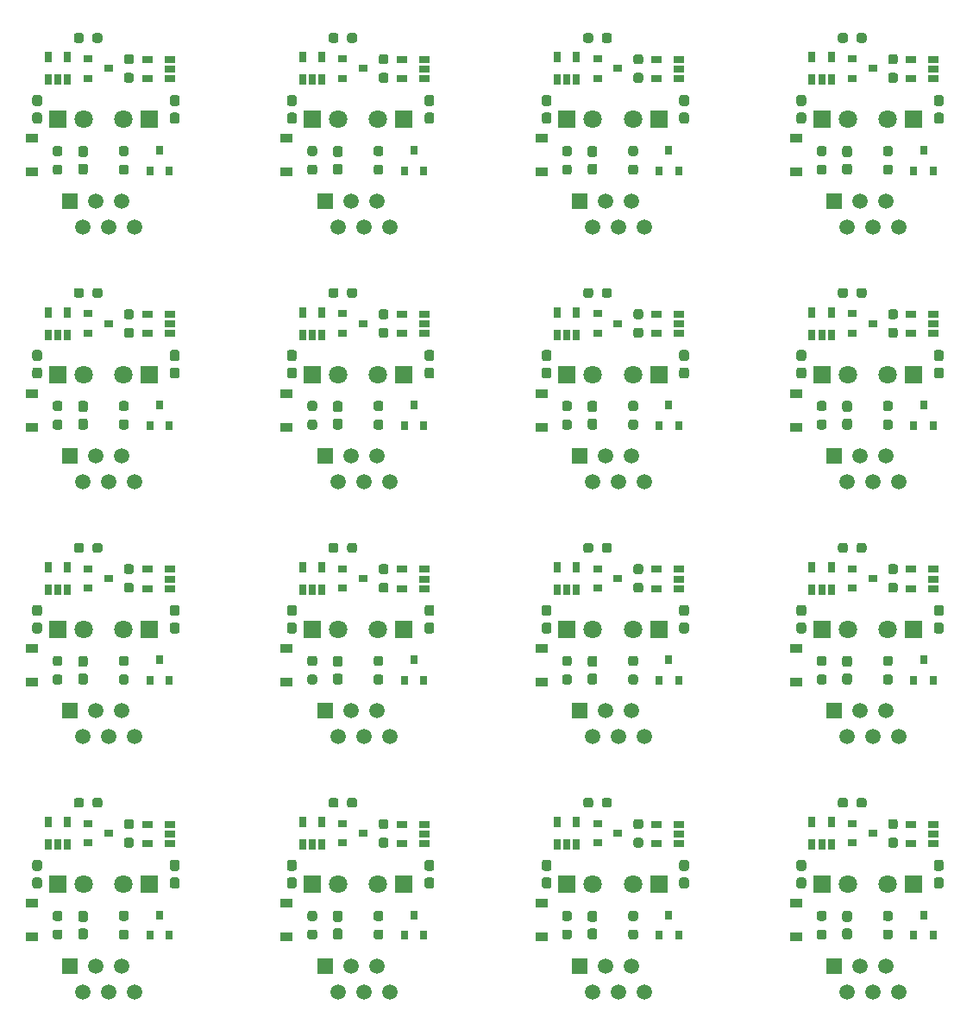
<source format=gbr>
%TF.GenerationSoftware,KiCad,Pcbnew,(5.1.9)-1*%
%TF.CreationDate,2021-10-26T13:29:37+02:00*%
%TF.ProjectId,Smartmeter_IR_V11_multi,536d6172-746d-4657-9465-725f49525f56,rev?*%
%TF.SameCoordinates,Original*%
%TF.FileFunction,Soldermask,Top*%
%TF.FilePolarity,Negative*%
%FSLAX46Y46*%
G04 Gerber Fmt 4.6, Leading zero omitted, Abs format (unit mm)*
G04 Created by KiCad (PCBNEW (5.1.9)-1) date 2021-10-26 13:29:37*
%MOMM*%
%LPD*%
G01*
G04 APERTURE LIST*
%ADD10R,0.650000X1.060000*%
%ADD11R,0.800000X0.900000*%
%ADD12R,1.800000X1.800000*%
%ADD13C,1.800000*%
%ADD14R,1.060000X0.650000*%
%ADD15R,1.520000X1.520000*%
%ADD16C,1.520000*%
%ADD17R,0.900000X0.800000*%
%ADD18R,1.200000X0.900000*%
G04 APERTURE END LIST*
D10*
%TO.C,IC1*%
X104550000Y-126100000D03*
X105500000Y-126100000D03*
X106450000Y-126100000D03*
X106450000Y-123900000D03*
X104550000Y-123900000D03*
%TD*%
D11*
%TO.C,T3*%
X65500000Y-133000000D03*
X66450000Y-135000000D03*
X64550000Y-135000000D03*
%TD*%
D12*
%TO.C,T1*%
X130500000Y-130000000D03*
D13*
X133040000Y-130000000D03*
%TD*%
%TO.C,R1*%
G36*
G01*
X105262500Y-132600000D02*
X105737500Y-132600000D01*
G75*
G02*
X105975000Y-132837500I0J-237500D01*
G01*
X105975000Y-133337500D01*
G75*
G02*
X105737500Y-133575000I-237500J0D01*
G01*
X105262500Y-133575000D01*
G75*
G02*
X105025000Y-133337500I0J237500D01*
G01*
X105025000Y-132837500D01*
G75*
G02*
X105262500Y-132600000I237500J0D01*
G01*
G37*
G36*
G01*
X105262500Y-134425000D02*
X105737500Y-134425000D01*
G75*
G02*
X105975000Y-134662500I0J-237500D01*
G01*
X105975000Y-135162500D01*
G75*
G02*
X105737500Y-135400000I-237500J0D01*
G01*
X105262500Y-135400000D01*
G75*
G02*
X105025000Y-135162500I0J237500D01*
G01*
X105025000Y-134662500D01*
G75*
G02*
X105262500Y-134425000I237500J0D01*
G01*
G37*
%TD*%
%TO.C,C1*%
G36*
G01*
X103737500Y-130400000D02*
X103262500Y-130400000D01*
G75*
G02*
X103025000Y-130162500I0J237500D01*
G01*
X103025000Y-129562500D01*
G75*
G02*
X103262500Y-129325000I237500J0D01*
G01*
X103737500Y-129325000D01*
G75*
G02*
X103975000Y-129562500I0J-237500D01*
G01*
X103975000Y-130162500D01*
G75*
G02*
X103737500Y-130400000I-237500J0D01*
G01*
G37*
G36*
G01*
X103737500Y-128675000D02*
X103262500Y-128675000D01*
G75*
G02*
X103025000Y-128437500I0J237500D01*
G01*
X103025000Y-127837500D01*
G75*
G02*
X103262500Y-127600000I237500J0D01*
G01*
X103737500Y-127600000D01*
G75*
G02*
X103975000Y-127837500I0J-237500D01*
G01*
X103975000Y-128437500D01*
G75*
G02*
X103737500Y-128675000I-237500J0D01*
G01*
G37*
%TD*%
D14*
%TO.C,IC2*%
X64300000Y-126000000D03*
X64300000Y-124100000D03*
X66500000Y-124100000D03*
X66500000Y-125050000D03*
X66500000Y-126000000D03*
%TD*%
D11*
%TO.C,T3*%
X139550000Y-135000000D03*
X141450000Y-135000000D03*
X140500000Y-133000000D03*
%TD*%
D15*
%TO.C,J1*%
X56750000Y-138000000D03*
D16*
X58020000Y-140540000D03*
X59290000Y-138000000D03*
X60560000Y-140540000D03*
X61830000Y-138000000D03*
X63100000Y-140540000D03*
%TD*%
%TO.C,J1*%
X88100000Y-140540000D03*
X86830000Y-138000000D03*
X85560000Y-140540000D03*
X84290000Y-138000000D03*
X83020000Y-140540000D03*
D15*
X81750000Y-138000000D03*
%TD*%
%TO.C,R1*%
G36*
G01*
X55262500Y-132600000D02*
X55737500Y-132600000D01*
G75*
G02*
X55975000Y-132837500I0J-237500D01*
G01*
X55975000Y-133337500D01*
G75*
G02*
X55737500Y-133575000I-237500J0D01*
G01*
X55262500Y-133575000D01*
G75*
G02*
X55025000Y-133337500I0J237500D01*
G01*
X55025000Y-132837500D01*
G75*
G02*
X55262500Y-132600000I237500J0D01*
G01*
G37*
G36*
G01*
X55262500Y-134425000D02*
X55737500Y-134425000D01*
G75*
G02*
X55975000Y-134662500I0J-237500D01*
G01*
X55975000Y-135162500D01*
G75*
G02*
X55737500Y-135400000I-237500J0D01*
G01*
X55262500Y-135400000D01*
G75*
G02*
X55025000Y-135162500I0J237500D01*
G01*
X55025000Y-134662500D01*
G75*
G02*
X55262500Y-134425000I237500J0D01*
G01*
G37*
%TD*%
%TO.C,R4*%
G36*
G01*
X62737500Y-124575000D02*
X62262500Y-124575000D01*
G75*
G02*
X62025000Y-124337500I0J237500D01*
G01*
X62025000Y-123837500D01*
G75*
G02*
X62262500Y-123600000I237500J0D01*
G01*
X62737500Y-123600000D01*
G75*
G02*
X62975000Y-123837500I0J-237500D01*
G01*
X62975000Y-124337500D01*
G75*
G02*
X62737500Y-124575000I-237500J0D01*
G01*
G37*
G36*
G01*
X62737500Y-126400000D02*
X62262500Y-126400000D01*
G75*
G02*
X62025000Y-126162500I0J237500D01*
G01*
X62025000Y-125662500D01*
G75*
G02*
X62262500Y-125425000I237500J0D01*
G01*
X62737500Y-125425000D01*
G75*
G02*
X62975000Y-125662500I0J-237500D01*
G01*
X62975000Y-126162500D01*
G75*
G02*
X62737500Y-126400000I-237500J0D01*
G01*
G37*
%TD*%
D17*
%TO.C,T2*%
X58500000Y-124050000D03*
X58500000Y-125950000D03*
X60500000Y-125000000D03*
%TD*%
%TO.C,R3*%
G36*
G01*
X132100000Y-122237500D02*
X132100000Y-121762500D01*
G75*
G02*
X132337500Y-121525000I237500J0D01*
G01*
X132837500Y-121525000D01*
G75*
G02*
X133075000Y-121762500I0J-237500D01*
G01*
X133075000Y-122237500D01*
G75*
G02*
X132837500Y-122475000I-237500J0D01*
G01*
X132337500Y-122475000D01*
G75*
G02*
X132100000Y-122237500I0J237500D01*
G01*
G37*
G36*
G01*
X133925000Y-122237500D02*
X133925000Y-121762500D01*
G75*
G02*
X134162500Y-121525000I237500J0D01*
G01*
X134662500Y-121525000D01*
G75*
G02*
X134900000Y-121762500I0J-237500D01*
G01*
X134900000Y-122237500D01*
G75*
G02*
X134662500Y-122475000I-237500J0D01*
G01*
X134162500Y-122475000D01*
G75*
G02*
X133925000Y-122237500I0J237500D01*
G01*
G37*
%TD*%
%TO.C,T2*%
X135500000Y-125000000D03*
X133500000Y-125950000D03*
X133500000Y-124050000D03*
%TD*%
%TO.C,R2*%
G36*
G01*
X112237500Y-135400000D02*
X111762500Y-135400000D01*
G75*
G02*
X111525000Y-135162500I0J237500D01*
G01*
X111525000Y-134662500D01*
G75*
G02*
X111762500Y-134425000I237500J0D01*
G01*
X112237500Y-134425000D01*
G75*
G02*
X112475000Y-134662500I0J-237500D01*
G01*
X112475000Y-135162500D01*
G75*
G02*
X112237500Y-135400000I-237500J0D01*
G01*
G37*
G36*
G01*
X112237500Y-133575000D02*
X111762500Y-133575000D01*
G75*
G02*
X111525000Y-133337500I0J237500D01*
G01*
X111525000Y-132837500D01*
G75*
G02*
X111762500Y-132600000I237500J0D01*
G01*
X112237500Y-132600000D01*
G75*
G02*
X112475000Y-132837500I0J-237500D01*
G01*
X112475000Y-133337500D01*
G75*
G02*
X112237500Y-133575000I-237500J0D01*
G01*
G37*
%TD*%
%TO.C,C3*%
G36*
G01*
X116762500Y-129325000D02*
X117237500Y-129325000D01*
G75*
G02*
X117475000Y-129562500I0J-237500D01*
G01*
X117475000Y-130162500D01*
G75*
G02*
X117237500Y-130400000I-237500J0D01*
G01*
X116762500Y-130400000D01*
G75*
G02*
X116525000Y-130162500I0J237500D01*
G01*
X116525000Y-129562500D01*
G75*
G02*
X116762500Y-129325000I237500J0D01*
G01*
G37*
G36*
G01*
X116762500Y-127600000D02*
X117237500Y-127600000D01*
G75*
G02*
X117475000Y-127837500I0J-237500D01*
G01*
X117475000Y-128437500D01*
G75*
G02*
X117237500Y-128675000I-237500J0D01*
G01*
X116762500Y-128675000D01*
G75*
G02*
X116525000Y-128437500I0J237500D01*
G01*
X116525000Y-127837500D01*
G75*
G02*
X116762500Y-127600000I237500J0D01*
G01*
G37*
%TD*%
D13*
%TO.C,T1*%
X108040000Y-130000000D03*
D12*
X105500000Y-130000000D03*
%TD*%
%TO.C,R2*%
G36*
G01*
X137237500Y-133575000D02*
X136762500Y-133575000D01*
G75*
G02*
X136525000Y-133337500I0J237500D01*
G01*
X136525000Y-132837500D01*
G75*
G02*
X136762500Y-132600000I237500J0D01*
G01*
X137237500Y-132600000D01*
G75*
G02*
X137475000Y-132837500I0J-237500D01*
G01*
X137475000Y-133337500D01*
G75*
G02*
X137237500Y-133575000I-237500J0D01*
G01*
G37*
G36*
G01*
X137237500Y-135400000D02*
X136762500Y-135400000D01*
G75*
G02*
X136525000Y-135162500I0J237500D01*
G01*
X136525000Y-134662500D01*
G75*
G02*
X136762500Y-134425000I237500J0D01*
G01*
X137237500Y-134425000D01*
G75*
G02*
X137475000Y-134662500I0J-237500D01*
G01*
X137475000Y-135162500D01*
G75*
G02*
X137237500Y-135400000I-237500J0D01*
G01*
G37*
%TD*%
%TO.C,R2*%
G36*
G01*
X62237500Y-135400000D02*
X61762500Y-135400000D01*
G75*
G02*
X61525000Y-135162500I0J237500D01*
G01*
X61525000Y-134662500D01*
G75*
G02*
X61762500Y-134425000I237500J0D01*
G01*
X62237500Y-134425000D01*
G75*
G02*
X62475000Y-134662500I0J-237500D01*
G01*
X62475000Y-135162500D01*
G75*
G02*
X62237500Y-135400000I-237500J0D01*
G01*
G37*
G36*
G01*
X62237500Y-133575000D02*
X61762500Y-133575000D01*
G75*
G02*
X61525000Y-133337500I0J237500D01*
G01*
X61525000Y-132837500D01*
G75*
G02*
X61762500Y-132600000I237500J0D01*
G01*
X62237500Y-132600000D01*
G75*
G02*
X62475000Y-132837500I0J-237500D01*
G01*
X62475000Y-133337500D01*
G75*
G02*
X62237500Y-133575000I-237500J0D01*
G01*
G37*
%TD*%
%TO.C,R2*%
G36*
G01*
X87237500Y-133575000D02*
X86762500Y-133575000D01*
G75*
G02*
X86525000Y-133337500I0J237500D01*
G01*
X86525000Y-132837500D01*
G75*
G02*
X86762500Y-132600000I237500J0D01*
G01*
X87237500Y-132600000D01*
G75*
G02*
X87475000Y-132837500I0J-237500D01*
G01*
X87475000Y-133337500D01*
G75*
G02*
X87237500Y-133575000I-237500J0D01*
G01*
G37*
G36*
G01*
X87237500Y-135400000D02*
X86762500Y-135400000D01*
G75*
G02*
X86525000Y-135162500I0J237500D01*
G01*
X86525000Y-134662500D01*
G75*
G02*
X86762500Y-134425000I237500J0D01*
G01*
X87237500Y-134425000D01*
G75*
G02*
X87475000Y-134662500I0J-237500D01*
G01*
X87475000Y-135162500D01*
G75*
G02*
X87237500Y-135400000I-237500J0D01*
G01*
G37*
%TD*%
%TO.C,R1*%
G36*
G01*
X80262500Y-134425000D02*
X80737500Y-134425000D01*
G75*
G02*
X80975000Y-134662500I0J-237500D01*
G01*
X80975000Y-135162500D01*
G75*
G02*
X80737500Y-135400000I-237500J0D01*
G01*
X80262500Y-135400000D01*
G75*
G02*
X80025000Y-135162500I0J237500D01*
G01*
X80025000Y-134662500D01*
G75*
G02*
X80262500Y-134425000I237500J0D01*
G01*
G37*
G36*
G01*
X80262500Y-132600000D02*
X80737500Y-132600000D01*
G75*
G02*
X80975000Y-132837500I0J-237500D01*
G01*
X80975000Y-133337500D01*
G75*
G02*
X80737500Y-133575000I-237500J0D01*
G01*
X80262500Y-133575000D01*
G75*
G02*
X80025000Y-133337500I0J237500D01*
G01*
X80025000Y-132837500D01*
G75*
G02*
X80262500Y-132600000I237500J0D01*
G01*
G37*
%TD*%
%TO.C,C1*%
G36*
G01*
X128737500Y-128675000D02*
X128262500Y-128675000D01*
G75*
G02*
X128025000Y-128437500I0J237500D01*
G01*
X128025000Y-127837500D01*
G75*
G02*
X128262500Y-127600000I237500J0D01*
G01*
X128737500Y-127600000D01*
G75*
G02*
X128975000Y-127837500I0J-237500D01*
G01*
X128975000Y-128437500D01*
G75*
G02*
X128737500Y-128675000I-237500J0D01*
G01*
G37*
G36*
G01*
X128737500Y-130400000D02*
X128262500Y-130400000D01*
G75*
G02*
X128025000Y-130162500I0J237500D01*
G01*
X128025000Y-129562500D01*
G75*
G02*
X128262500Y-129325000I237500J0D01*
G01*
X128737500Y-129325000D01*
G75*
G02*
X128975000Y-129562500I0J-237500D01*
G01*
X128975000Y-130162500D01*
G75*
G02*
X128737500Y-130400000I-237500J0D01*
G01*
G37*
%TD*%
D18*
%TO.C,D2*%
X53000000Y-135150000D03*
X53000000Y-131850000D03*
%TD*%
%TO.C,R3*%
G36*
G01*
X82100000Y-122237500D02*
X82100000Y-121762500D01*
G75*
G02*
X82337500Y-121525000I237500J0D01*
G01*
X82837500Y-121525000D01*
G75*
G02*
X83075000Y-121762500I0J-237500D01*
G01*
X83075000Y-122237500D01*
G75*
G02*
X82837500Y-122475000I-237500J0D01*
G01*
X82337500Y-122475000D01*
G75*
G02*
X82100000Y-122237500I0J237500D01*
G01*
G37*
G36*
G01*
X83925000Y-122237500D02*
X83925000Y-121762500D01*
G75*
G02*
X84162500Y-121525000I237500J0D01*
G01*
X84662500Y-121525000D01*
G75*
G02*
X84900000Y-121762500I0J-237500D01*
G01*
X84900000Y-122237500D01*
G75*
G02*
X84662500Y-122475000I-237500J0D01*
G01*
X84162500Y-122475000D01*
G75*
G02*
X83925000Y-122237500I0J237500D01*
G01*
G37*
%TD*%
%TO.C,C1*%
G36*
G01*
X53737500Y-130400000D02*
X53262500Y-130400000D01*
G75*
G02*
X53025000Y-130162500I0J237500D01*
G01*
X53025000Y-129562500D01*
G75*
G02*
X53262500Y-129325000I237500J0D01*
G01*
X53737500Y-129325000D01*
G75*
G02*
X53975000Y-129562500I0J-237500D01*
G01*
X53975000Y-130162500D01*
G75*
G02*
X53737500Y-130400000I-237500J0D01*
G01*
G37*
G36*
G01*
X53737500Y-128675000D02*
X53262500Y-128675000D01*
G75*
G02*
X53025000Y-128437500I0J237500D01*
G01*
X53025000Y-127837500D01*
G75*
G02*
X53262500Y-127600000I237500J0D01*
G01*
X53737500Y-127600000D01*
G75*
G02*
X53975000Y-127837500I0J-237500D01*
G01*
X53975000Y-128437500D01*
G75*
G02*
X53737500Y-128675000I-237500J0D01*
G01*
G37*
%TD*%
%TO.C,D2*%
X78000000Y-131850000D03*
X78000000Y-135150000D03*
%TD*%
%TO.C,D2*%
X103000000Y-135150000D03*
X103000000Y-131850000D03*
%TD*%
D17*
%TO.C,T2*%
X85500000Y-125000000D03*
X83500000Y-125950000D03*
X83500000Y-124050000D03*
%TD*%
D14*
%TO.C,IC2*%
X91500000Y-126000000D03*
X91500000Y-125050000D03*
X91500000Y-124100000D03*
X89300000Y-124100000D03*
X89300000Y-126000000D03*
%TD*%
%TO.C,R4*%
G36*
G01*
X137737500Y-126400000D02*
X137262500Y-126400000D01*
G75*
G02*
X137025000Y-126162500I0J237500D01*
G01*
X137025000Y-125662500D01*
G75*
G02*
X137262500Y-125425000I237500J0D01*
G01*
X137737500Y-125425000D01*
G75*
G02*
X137975000Y-125662500I0J-237500D01*
G01*
X137975000Y-126162500D01*
G75*
G02*
X137737500Y-126400000I-237500J0D01*
G01*
G37*
G36*
G01*
X137737500Y-124575000D02*
X137262500Y-124575000D01*
G75*
G02*
X137025000Y-124337500I0J237500D01*
G01*
X137025000Y-123837500D01*
G75*
G02*
X137262500Y-123600000I237500J0D01*
G01*
X137737500Y-123600000D01*
G75*
G02*
X137975000Y-123837500I0J-237500D01*
G01*
X137975000Y-124337500D01*
G75*
G02*
X137737500Y-124575000I-237500J0D01*
G01*
G37*
%TD*%
D16*
%TO.C,J1*%
X138100000Y-140540000D03*
X136830000Y-138000000D03*
X135560000Y-140540000D03*
X134290000Y-138000000D03*
X133020000Y-140540000D03*
D15*
X131750000Y-138000000D03*
%TD*%
%TO.C,C2*%
G36*
G01*
X107762500Y-134325000D02*
X108237500Y-134325000D01*
G75*
G02*
X108475000Y-134562500I0J-237500D01*
G01*
X108475000Y-135162500D01*
G75*
G02*
X108237500Y-135400000I-237500J0D01*
G01*
X107762500Y-135400000D01*
G75*
G02*
X107525000Y-135162500I0J237500D01*
G01*
X107525000Y-134562500D01*
G75*
G02*
X107762500Y-134325000I237500J0D01*
G01*
G37*
G36*
G01*
X107762500Y-132600000D02*
X108237500Y-132600000D01*
G75*
G02*
X108475000Y-132837500I0J-237500D01*
G01*
X108475000Y-133437500D01*
G75*
G02*
X108237500Y-133675000I-237500J0D01*
G01*
X107762500Y-133675000D01*
G75*
G02*
X107525000Y-133437500I0J237500D01*
G01*
X107525000Y-132837500D01*
G75*
G02*
X107762500Y-132600000I237500J0D01*
G01*
G37*
%TD*%
D12*
%TO.C,T1*%
X80500000Y-130000000D03*
D13*
X83040000Y-130000000D03*
%TD*%
%TO.C,T1*%
X58040000Y-130000000D03*
D12*
X55500000Y-130000000D03*
%TD*%
%TO.C,R3*%
G36*
G01*
X58925000Y-122237500D02*
X58925000Y-121762500D01*
G75*
G02*
X59162500Y-121525000I237500J0D01*
G01*
X59662500Y-121525000D01*
G75*
G02*
X59900000Y-121762500I0J-237500D01*
G01*
X59900000Y-122237500D01*
G75*
G02*
X59662500Y-122475000I-237500J0D01*
G01*
X59162500Y-122475000D01*
G75*
G02*
X58925000Y-122237500I0J237500D01*
G01*
G37*
G36*
G01*
X57100000Y-122237500D02*
X57100000Y-121762500D01*
G75*
G02*
X57337500Y-121525000I237500J0D01*
G01*
X57837500Y-121525000D01*
G75*
G02*
X58075000Y-121762500I0J-237500D01*
G01*
X58075000Y-122237500D01*
G75*
G02*
X57837500Y-122475000I-237500J0D01*
G01*
X57337500Y-122475000D01*
G75*
G02*
X57100000Y-122237500I0J237500D01*
G01*
G37*
%TD*%
%TO.C,R4*%
G36*
G01*
X87737500Y-126400000D02*
X87262500Y-126400000D01*
G75*
G02*
X87025000Y-126162500I0J237500D01*
G01*
X87025000Y-125662500D01*
G75*
G02*
X87262500Y-125425000I237500J0D01*
G01*
X87737500Y-125425000D01*
G75*
G02*
X87975000Y-125662500I0J-237500D01*
G01*
X87975000Y-126162500D01*
G75*
G02*
X87737500Y-126400000I-237500J0D01*
G01*
G37*
G36*
G01*
X87737500Y-124575000D02*
X87262500Y-124575000D01*
G75*
G02*
X87025000Y-124337500I0J237500D01*
G01*
X87025000Y-123837500D01*
G75*
G02*
X87262500Y-123600000I237500J0D01*
G01*
X87737500Y-123600000D01*
G75*
G02*
X87975000Y-123837500I0J-237500D01*
G01*
X87975000Y-124337500D01*
G75*
G02*
X87737500Y-124575000I-237500J0D01*
G01*
G37*
%TD*%
%TO.C,D1*%
X114500000Y-130000000D03*
D13*
X111960000Y-130000000D03*
%TD*%
D11*
%TO.C,T3*%
X89550000Y-135000000D03*
X91450000Y-135000000D03*
X90500000Y-133000000D03*
%TD*%
D18*
%TO.C,D2*%
X128000000Y-131850000D03*
X128000000Y-135150000D03*
%TD*%
D17*
%TO.C,T2*%
X108500000Y-124050000D03*
X108500000Y-125950000D03*
X110500000Y-125000000D03*
%TD*%
D11*
%TO.C,T3*%
X115500000Y-133000000D03*
X116450000Y-135000000D03*
X114550000Y-135000000D03*
%TD*%
D14*
%TO.C,IC2*%
X141500000Y-126000000D03*
X141500000Y-125050000D03*
X141500000Y-124100000D03*
X139300000Y-124100000D03*
X139300000Y-126000000D03*
%TD*%
%TO.C,C1*%
G36*
G01*
X78737500Y-128675000D02*
X78262500Y-128675000D01*
G75*
G02*
X78025000Y-128437500I0J237500D01*
G01*
X78025000Y-127837500D01*
G75*
G02*
X78262500Y-127600000I237500J0D01*
G01*
X78737500Y-127600000D01*
G75*
G02*
X78975000Y-127837500I0J-237500D01*
G01*
X78975000Y-128437500D01*
G75*
G02*
X78737500Y-128675000I-237500J0D01*
G01*
G37*
G36*
G01*
X78737500Y-130400000D02*
X78262500Y-130400000D01*
G75*
G02*
X78025000Y-130162500I0J237500D01*
G01*
X78025000Y-129562500D01*
G75*
G02*
X78262500Y-129325000I237500J0D01*
G01*
X78737500Y-129325000D01*
G75*
G02*
X78975000Y-129562500I0J-237500D01*
G01*
X78975000Y-130162500D01*
G75*
G02*
X78737500Y-130400000I-237500J0D01*
G01*
G37*
%TD*%
%TO.C,C2*%
G36*
G01*
X132762500Y-132600000D02*
X133237500Y-132600000D01*
G75*
G02*
X133475000Y-132837500I0J-237500D01*
G01*
X133475000Y-133437500D01*
G75*
G02*
X133237500Y-133675000I-237500J0D01*
G01*
X132762500Y-133675000D01*
G75*
G02*
X132525000Y-133437500I0J237500D01*
G01*
X132525000Y-132837500D01*
G75*
G02*
X132762500Y-132600000I237500J0D01*
G01*
G37*
G36*
G01*
X132762500Y-134325000D02*
X133237500Y-134325000D01*
G75*
G02*
X133475000Y-134562500I0J-237500D01*
G01*
X133475000Y-135162500D01*
G75*
G02*
X133237500Y-135400000I-237500J0D01*
G01*
X132762500Y-135400000D01*
G75*
G02*
X132525000Y-135162500I0J237500D01*
G01*
X132525000Y-134562500D01*
G75*
G02*
X132762500Y-134325000I237500J0D01*
G01*
G37*
%TD*%
D10*
%TO.C,IC1*%
X129550000Y-123900000D03*
X131450000Y-123900000D03*
X131450000Y-126100000D03*
X130500000Y-126100000D03*
X129550000Y-126100000D03*
%TD*%
%TO.C,IC1*%
X79550000Y-123900000D03*
X81450000Y-123900000D03*
X81450000Y-126100000D03*
X80500000Y-126100000D03*
X79550000Y-126100000D03*
%TD*%
%TO.C,C3*%
G36*
G01*
X141762500Y-127600000D02*
X142237500Y-127600000D01*
G75*
G02*
X142475000Y-127837500I0J-237500D01*
G01*
X142475000Y-128437500D01*
G75*
G02*
X142237500Y-128675000I-237500J0D01*
G01*
X141762500Y-128675000D01*
G75*
G02*
X141525000Y-128437500I0J237500D01*
G01*
X141525000Y-127837500D01*
G75*
G02*
X141762500Y-127600000I237500J0D01*
G01*
G37*
G36*
G01*
X141762500Y-129325000D02*
X142237500Y-129325000D01*
G75*
G02*
X142475000Y-129562500I0J-237500D01*
G01*
X142475000Y-130162500D01*
G75*
G02*
X142237500Y-130400000I-237500J0D01*
G01*
X141762500Y-130400000D01*
G75*
G02*
X141525000Y-130162500I0J237500D01*
G01*
X141525000Y-129562500D01*
G75*
G02*
X141762500Y-129325000I237500J0D01*
G01*
G37*
%TD*%
D13*
%TO.C,D1*%
X86960000Y-130000000D03*
D12*
X89500000Y-130000000D03*
%TD*%
%TO.C,C3*%
G36*
G01*
X66762500Y-129325000D02*
X67237500Y-129325000D01*
G75*
G02*
X67475000Y-129562500I0J-237500D01*
G01*
X67475000Y-130162500D01*
G75*
G02*
X67237500Y-130400000I-237500J0D01*
G01*
X66762500Y-130400000D01*
G75*
G02*
X66525000Y-130162500I0J237500D01*
G01*
X66525000Y-129562500D01*
G75*
G02*
X66762500Y-129325000I237500J0D01*
G01*
G37*
G36*
G01*
X66762500Y-127600000D02*
X67237500Y-127600000D01*
G75*
G02*
X67475000Y-127837500I0J-237500D01*
G01*
X67475000Y-128437500D01*
G75*
G02*
X67237500Y-128675000I-237500J0D01*
G01*
X66762500Y-128675000D01*
G75*
G02*
X66525000Y-128437500I0J237500D01*
G01*
X66525000Y-127837500D01*
G75*
G02*
X66762500Y-127600000I237500J0D01*
G01*
G37*
%TD*%
%TO.C,C2*%
G36*
G01*
X82762500Y-132600000D02*
X83237500Y-132600000D01*
G75*
G02*
X83475000Y-132837500I0J-237500D01*
G01*
X83475000Y-133437500D01*
G75*
G02*
X83237500Y-133675000I-237500J0D01*
G01*
X82762500Y-133675000D01*
G75*
G02*
X82525000Y-133437500I0J237500D01*
G01*
X82525000Y-132837500D01*
G75*
G02*
X82762500Y-132600000I237500J0D01*
G01*
G37*
G36*
G01*
X82762500Y-134325000D02*
X83237500Y-134325000D01*
G75*
G02*
X83475000Y-134562500I0J-237500D01*
G01*
X83475000Y-135162500D01*
G75*
G02*
X83237500Y-135400000I-237500J0D01*
G01*
X82762500Y-135400000D01*
G75*
G02*
X82525000Y-135162500I0J237500D01*
G01*
X82525000Y-134562500D01*
G75*
G02*
X82762500Y-134325000I237500J0D01*
G01*
G37*
%TD*%
%TO.C,D1*%
X64500000Y-130000000D03*
D13*
X61960000Y-130000000D03*
%TD*%
%TO.C,C3*%
G36*
G01*
X91762500Y-127600000D02*
X92237500Y-127600000D01*
G75*
G02*
X92475000Y-127837500I0J-237500D01*
G01*
X92475000Y-128437500D01*
G75*
G02*
X92237500Y-128675000I-237500J0D01*
G01*
X91762500Y-128675000D01*
G75*
G02*
X91525000Y-128437500I0J237500D01*
G01*
X91525000Y-127837500D01*
G75*
G02*
X91762500Y-127600000I237500J0D01*
G01*
G37*
G36*
G01*
X91762500Y-129325000D02*
X92237500Y-129325000D01*
G75*
G02*
X92475000Y-129562500I0J-237500D01*
G01*
X92475000Y-130162500D01*
G75*
G02*
X92237500Y-130400000I-237500J0D01*
G01*
X91762500Y-130400000D01*
G75*
G02*
X91525000Y-130162500I0J237500D01*
G01*
X91525000Y-129562500D01*
G75*
G02*
X91762500Y-129325000I237500J0D01*
G01*
G37*
%TD*%
%TO.C,C2*%
G36*
G01*
X57762500Y-134325000D02*
X58237500Y-134325000D01*
G75*
G02*
X58475000Y-134562500I0J-237500D01*
G01*
X58475000Y-135162500D01*
G75*
G02*
X58237500Y-135400000I-237500J0D01*
G01*
X57762500Y-135400000D01*
G75*
G02*
X57525000Y-135162500I0J237500D01*
G01*
X57525000Y-134562500D01*
G75*
G02*
X57762500Y-134325000I237500J0D01*
G01*
G37*
G36*
G01*
X57762500Y-132600000D02*
X58237500Y-132600000D01*
G75*
G02*
X58475000Y-132837500I0J-237500D01*
G01*
X58475000Y-133437500D01*
G75*
G02*
X58237500Y-133675000I-237500J0D01*
G01*
X57762500Y-133675000D01*
G75*
G02*
X57525000Y-133437500I0J237500D01*
G01*
X57525000Y-132837500D01*
G75*
G02*
X57762500Y-132600000I237500J0D01*
G01*
G37*
%TD*%
%TO.C,R3*%
G36*
G01*
X108925000Y-122237500D02*
X108925000Y-121762500D01*
G75*
G02*
X109162500Y-121525000I237500J0D01*
G01*
X109662500Y-121525000D01*
G75*
G02*
X109900000Y-121762500I0J-237500D01*
G01*
X109900000Y-122237500D01*
G75*
G02*
X109662500Y-122475000I-237500J0D01*
G01*
X109162500Y-122475000D01*
G75*
G02*
X108925000Y-122237500I0J237500D01*
G01*
G37*
G36*
G01*
X107100000Y-122237500D02*
X107100000Y-121762500D01*
G75*
G02*
X107337500Y-121525000I237500J0D01*
G01*
X107837500Y-121525000D01*
G75*
G02*
X108075000Y-121762500I0J-237500D01*
G01*
X108075000Y-122237500D01*
G75*
G02*
X107837500Y-122475000I-237500J0D01*
G01*
X107337500Y-122475000D01*
G75*
G02*
X107100000Y-122237500I0J237500D01*
G01*
G37*
%TD*%
D10*
%TO.C,IC1*%
X54550000Y-126100000D03*
X55500000Y-126100000D03*
X56450000Y-126100000D03*
X56450000Y-123900000D03*
X54550000Y-123900000D03*
%TD*%
%TO.C,R1*%
G36*
G01*
X130262500Y-134425000D02*
X130737500Y-134425000D01*
G75*
G02*
X130975000Y-134662500I0J-237500D01*
G01*
X130975000Y-135162500D01*
G75*
G02*
X130737500Y-135400000I-237500J0D01*
G01*
X130262500Y-135400000D01*
G75*
G02*
X130025000Y-135162500I0J237500D01*
G01*
X130025000Y-134662500D01*
G75*
G02*
X130262500Y-134425000I237500J0D01*
G01*
G37*
G36*
G01*
X130262500Y-132600000D02*
X130737500Y-132600000D01*
G75*
G02*
X130975000Y-132837500I0J-237500D01*
G01*
X130975000Y-133337500D01*
G75*
G02*
X130737500Y-133575000I-237500J0D01*
G01*
X130262500Y-133575000D01*
G75*
G02*
X130025000Y-133337500I0J237500D01*
G01*
X130025000Y-132837500D01*
G75*
G02*
X130262500Y-132600000I237500J0D01*
G01*
G37*
%TD*%
%TO.C,R4*%
G36*
G01*
X112737500Y-124575000D02*
X112262500Y-124575000D01*
G75*
G02*
X112025000Y-124337500I0J237500D01*
G01*
X112025000Y-123837500D01*
G75*
G02*
X112262500Y-123600000I237500J0D01*
G01*
X112737500Y-123600000D01*
G75*
G02*
X112975000Y-123837500I0J-237500D01*
G01*
X112975000Y-124337500D01*
G75*
G02*
X112737500Y-124575000I-237500J0D01*
G01*
G37*
G36*
G01*
X112737500Y-126400000D02*
X112262500Y-126400000D01*
G75*
G02*
X112025000Y-126162500I0J237500D01*
G01*
X112025000Y-125662500D01*
G75*
G02*
X112262500Y-125425000I237500J0D01*
G01*
X112737500Y-125425000D01*
G75*
G02*
X112975000Y-125662500I0J-237500D01*
G01*
X112975000Y-126162500D01*
G75*
G02*
X112737500Y-126400000I-237500J0D01*
G01*
G37*
%TD*%
D14*
%TO.C,IC2*%
X114300000Y-126000000D03*
X114300000Y-124100000D03*
X116500000Y-124100000D03*
X116500000Y-125050000D03*
X116500000Y-126000000D03*
%TD*%
D13*
%TO.C,D1*%
X136960000Y-130000000D03*
D12*
X139500000Y-130000000D03*
%TD*%
D15*
%TO.C,J1*%
X106750000Y-138000000D03*
D16*
X108020000Y-140540000D03*
X109290000Y-138000000D03*
X110560000Y-140540000D03*
X111830000Y-138000000D03*
X113100000Y-140540000D03*
%TD*%
D10*
%TO.C,IC1*%
X79550000Y-101100000D03*
X80500000Y-101100000D03*
X81450000Y-101100000D03*
X81450000Y-98900000D03*
X79550000Y-98900000D03*
%TD*%
%TO.C,C3*%
G36*
G01*
X66762500Y-102600000D02*
X67237500Y-102600000D01*
G75*
G02*
X67475000Y-102837500I0J-237500D01*
G01*
X67475000Y-103437500D01*
G75*
G02*
X67237500Y-103675000I-237500J0D01*
G01*
X66762500Y-103675000D01*
G75*
G02*
X66525000Y-103437500I0J237500D01*
G01*
X66525000Y-102837500D01*
G75*
G02*
X66762500Y-102600000I237500J0D01*
G01*
G37*
G36*
G01*
X66762500Y-104325000D02*
X67237500Y-104325000D01*
G75*
G02*
X67475000Y-104562500I0J-237500D01*
G01*
X67475000Y-105162500D01*
G75*
G02*
X67237500Y-105400000I-237500J0D01*
G01*
X66762500Y-105400000D01*
G75*
G02*
X66525000Y-105162500I0J237500D01*
G01*
X66525000Y-104562500D01*
G75*
G02*
X66762500Y-104325000I237500J0D01*
G01*
G37*
%TD*%
%TO.C,C2*%
G36*
G01*
X82762500Y-109325000D02*
X83237500Y-109325000D01*
G75*
G02*
X83475000Y-109562500I0J-237500D01*
G01*
X83475000Y-110162500D01*
G75*
G02*
X83237500Y-110400000I-237500J0D01*
G01*
X82762500Y-110400000D01*
G75*
G02*
X82525000Y-110162500I0J237500D01*
G01*
X82525000Y-109562500D01*
G75*
G02*
X82762500Y-109325000I237500J0D01*
G01*
G37*
G36*
G01*
X82762500Y-107600000D02*
X83237500Y-107600000D01*
G75*
G02*
X83475000Y-107837500I0J-237500D01*
G01*
X83475000Y-108437500D01*
G75*
G02*
X83237500Y-108675000I-237500J0D01*
G01*
X82762500Y-108675000D01*
G75*
G02*
X82525000Y-108437500I0J237500D01*
G01*
X82525000Y-107837500D01*
G75*
G02*
X82762500Y-107600000I237500J0D01*
G01*
G37*
%TD*%
%TO.C,C3*%
G36*
G01*
X91762500Y-104325000D02*
X92237500Y-104325000D01*
G75*
G02*
X92475000Y-104562500I0J-237500D01*
G01*
X92475000Y-105162500D01*
G75*
G02*
X92237500Y-105400000I-237500J0D01*
G01*
X91762500Y-105400000D01*
G75*
G02*
X91525000Y-105162500I0J237500D01*
G01*
X91525000Y-104562500D01*
G75*
G02*
X91762500Y-104325000I237500J0D01*
G01*
G37*
G36*
G01*
X91762500Y-102600000D02*
X92237500Y-102600000D01*
G75*
G02*
X92475000Y-102837500I0J-237500D01*
G01*
X92475000Y-103437500D01*
G75*
G02*
X92237500Y-103675000I-237500J0D01*
G01*
X91762500Y-103675000D01*
G75*
G02*
X91525000Y-103437500I0J237500D01*
G01*
X91525000Y-102837500D01*
G75*
G02*
X91762500Y-102600000I237500J0D01*
G01*
G37*
%TD*%
D11*
%TO.C,T3*%
X90500000Y-108000000D03*
X91450000Y-110000000D03*
X89550000Y-110000000D03*
%TD*%
D18*
%TO.C,D2*%
X128000000Y-110150000D03*
X128000000Y-106850000D03*
%TD*%
D17*
%TO.C,T2*%
X110500000Y-100000000D03*
X108500000Y-100950000D03*
X108500000Y-99050000D03*
%TD*%
%TO.C,C3*%
G36*
G01*
X141762500Y-104325000D02*
X142237500Y-104325000D01*
G75*
G02*
X142475000Y-104562500I0J-237500D01*
G01*
X142475000Y-105162500D01*
G75*
G02*
X142237500Y-105400000I-237500J0D01*
G01*
X141762500Y-105400000D01*
G75*
G02*
X141525000Y-105162500I0J237500D01*
G01*
X141525000Y-104562500D01*
G75*
G02*
X141762500Y-104325000I237500J0D01*
G01*
G37*
G36*
G01*
X141762500Y-102600000D02*
X142237500Y-102600000D01*
G75*
G02*
X142475000Y-102837500I0J-237500D01*
G01*
X142475000Y-103437500D01*
G75*
G02*
X142237500Y-103675000I-237500J0D01*
G01*
X141762500Y-103675000D01*
G75*
G02*
X141525000Y-103437500I0J237500D01*
G01*
X141525000Y-102837500D01*
G75*
G02*
X141762500Y-102600000I237500J0D01*
G01*
G37*
%TD*%
D11*
%TO.C,T3*%
X114550000Y-110000000D03*
X116450000Y-110000000D03*
X115500000Y-108000000D03*
%TD*%
%TO.C,C2*%
G36*
G01*
X57762500Y-107600000D02*
X58237500Y-107600000D01*
G75*
G02*
X58475000Y-107837500I0J-237500D01*
G01*
X58475000Y-108437500D01*
G75*
G02*
X58237500Y-108675000I-237500J0D01*
G01*
X57762500Y-108675000D01*
G75*
G02*
X57525000Y-108437500I0J237500D01*
G01*
X57525000Y-107837500D01*
G75*
G02*
X57762500Y-107600000I237500J0D01*
G01*
G37*
G36*
G01*
X57762500Y-109325000D02*
X58237500Y-109325000D01*
G75*
G02*
X58475000Y-109562500I0J-237500D01*
G01*
X58475000Y-110162500D01*
G75*
G02*
X58237500Y-110400000I-237500J0D01*
G01*
X57762500Y-110400000D01*
G75*
G02*
X57525000Y-110162500I0J237500D01*
G01*
X57525000Y-109562500D01*
G75*
G02*
X57762500Y-109325000I237500J0D01*
G01*
G37*
%TD*%
%TO.C,C1*%
G36*
G01*
X78737500Y-105400000D02*
X78262500Y-105400000D01*
G75*
G02*
X78025000Y-105162500I0J237500D01*
G01*
X78025000Y-104562500D01*
G75*
G02*
X78262500Y-104325000I237500J0D01*
G01*
X78737500Y-104325000D01*
G75*
G02*
X78975000Y-104562500I0J-237500D01*
G01*
X78975000Y-105162500D01*
G75*
G02*
X78737500Y-105400000I-237500J0D01*
G01*
G37*
G36*
G01*
X78737500Y-103675000D02*
X78262500Y-103675000D01*
G75*
G02*
X78025000Y-103437500I0J237500D01*
G01*
X78025000Y-102837500D01*
G75*
G02*
X78262500Y-102600000I237500J0D01*
G01*
X78737500Y-102600000D01*
G75*
G02*
X78975000Y-102837500I0J-237500D01*
G01*
X78975000Y-103437500D01*
G75*
G02*
X78737500Y-103675000I-237500J0D01*
G01*
G37*
%TD*%
D12*
%TO.C,D1*%
X89500000Y-105000000D03*
D13*
X86960000Y-105000000D03*
%TD*%
%TO.C,D1*%
X61960000Y-105000000D03*
D12*
X64500000Y-105000000D03*
%TD*%
D10*
%TO.C,IC1*%
X54550000Y-98900000D03*
X56450000Y-98900000D03*
X56450000Y-101100000D03*
X55500000Y-101100000D03*
X54550000Y-101100000D03*
%TD*%
%TO.C,R1*%
G36*
G01*
X130262500Y-107600000D02*
X130737500Y-107600000D01*
G75*
G02*
X130975000Y-107837500I0J-237500D01*
G01*
X130975000Y-108337500D01*
G75*
G02*
X130737500Y-108575000I-237500J0D01*
G01*
X130262500Y-108575000D01*
G75*
G02*
X130025000Y-108337500I0J237500D01*
G01*
X130025000Y-107837500D01*
G75*
G02*
X130262500Y-107600000I237500J0D01*
G01*
G37*
G36*
G01*
X130262500Y-109425000D02*
X130737500Y-109425000D01*
G75*
G02*
X130975000Y-109662500I0J-237500D01*
G01*
X130975000Y-110162500D01*
G75*
G02*
X130737500Y-110400000I-237500J0D01*
G01*
X130262500Y-110400000D01*
G75*
G02*
X130025000Y-110162500I0J237500D01*
G01*
X130025000Y-109662500D01*
G75*
G02*
X130262500Y-109425000I237500J0D01*
G01*
G37*
%TD*%
%TO.C,C2*%
G36*
G01*
X132762500Y-109325000D02*
X133237500Y-109325000D01*
G75*
G02*
X133475000Y-109562500I0J-237500D01*
G01*
X133475000Y-110162500D01*
G75*
G02*
X133237500Y-110400000I-237500J0D01*
G01*
X132762500Y-110400000D01*
G75*
G02*
X132525000Y-110162500I0J237500D01*
G01*
X132525000Y-109562500D01*
G75*
G02*
X132762500Y-109325000I237500J0D01*
G01*
G37*
G36*
G01*
X132762500Y-107600000D02*
X133237500Y-107600000D01*
G75*
G02*
X133475000Y-107837500I0J-237500D01*
G01*
X133475000Y-108437500D01*
G75*
G02*
X133237500Y-108675000I-237500J0D01*
G01*
X132762500Y-108675000D01*
G75*
G02*
X132525000Y-108437500I0J237500D01*
G01*
X132525000Y-107837500D01*
G75*
G02*
X132762500Y-107600000I237500J0D01*
G01*
G37*
%TD*%
%TO.C,R4*%
G36*
G01*
X112737500Y-101400000D02*
X112262500Y-101400000D01*
G75*
G02*
X112025000Y-101162500I0J237500D01*
G01*
X112025000Y-100662500D01*
G75*
G02*
X112262500Y-100425000I237500J0D01*
G01*
X112737500Y-100425000D01*
G75*
G02*
X112975000Y-100662500I0J-237500D01*
G01*
X112975000Y-101162500D01*
G75*
G02*
X112737500Y-101400000I-237500J0D01*
G01*
G37*
G36*
G01*
X112737500Y-99575000D02*
X112262500Y-99575000D01*
G75*
G02*
X112025000Y-99337500I0J237500D01*
G01*
X112025000Y-98837500D01*
G75*
G02*
X112262500Y-98600000I237500J0D01*
G01*
X112737500Y-98600000D01*
G75*
G02*
X112975000Y-98837500I0J-237500D01*
G01*
X112975000Y-99337500D01*
G75*
G02*
X112737500Y-99575000I-237500J0D01*
G01*
G37*
%TD*%
D16*
%TO.C,J1*%
X113100000Y-115540000D03*
X111830000Y-113000000D03*
X110560000Y-115540000D03*
X109290000Y-113000000D03*
X108020000Y-115540000D03*
D15*
X106750000Y-113000000D03*
%TD*%
D14*
%TO.C,IC2*%
X116500000Y-101000000D03*
X116500000Y-100050000D03*
X116500000Y-99100000D03*
X114300000Y-99100000D03*
X114300000Y-101000000D03*
%TD*%
D13*
%TO.C,D1*%
X111960000Y-105000000D03*
D12*
X114500000Y-105000000D03*
%TD*%
D10*
%TO.C,IC1*%
X129550000Y-101100000D03*
X130500000Y-101100000D03*
X131450000Y-101100000D03*
X131450000Y-98900000D03*
X129550000Y-98900000D03*
%TD*%
D14*
%TO.C,IC2*%
X139300000Y-101000000D03*
X139300000Y-99100000D03*
X141500000Y-99100000D03*
X141500000Y-100050000D03*
X141500000Y-101000000D03*
%TD*%
D12*
%TO.C,D1*%
X139500000Y-105000000D03*
D13*
X136960000Y-105000000D03*
%TD*%
%TO.C,R3*%
G36*
G01*
X107100000Y-97237500D02*
X107100000Y-96762500D01*
G75*
G02*
X107337500Y-96525000I237500J0D01*
G01*
X107837500Y-96525000D01*
G75*
G02*
X108075000Y-96762500I0J-237500D01*
G01*
X108075000Y-97237500D01*
G75*
G02*
X107837500Y-97475000I-237500J0D01*
G01*
X107337500Y-97475000D01*
G75*
G02*
X107100000Y-97237500I0J237500D01*
G01*
G37*
G36*
G01*
X108925000Y-97237500D02*
X108925000Y-96762500D01*
G75*
G02*
X109162500Y-96525000I237500J0D01*
G01*
X109662500Y-96525000D01*
G75*
G02*
X109900000Y-96762500I0J-237500D01*
G01*
X109900000Y-97237500D01*
G75*
G02*
X109662500Y-97475000I-237500J0D01*
G01*
X109162500Y-97475000D01*
G75*
G02*
X108925000Y-97237500I0J237500D01*
G01*
G37*
%TD*%
%TO.C,R2*%
G36*
G01*
X112237500Y-108575000D02*
X111762500Y-108575000D01*
G75*
G02*
X111525000Y-108337500I0J237500D01*
G01*
X111525000Y-107837500D01*
G75*
G02*
X111762500Y-107600000I237500J0D01*
G01*
X112237500Y-107600000D01*
G75*
G02*
X112475000Y-107837500I0J-237500D01*
G01*
X112475000Y-108337500D01*
G75*
G02*
X112237500Y-108575000I-237500J0D01*
G01*
G37*
G36*
G01*
X112237500Y-110400000D02*
X111762500Y-110400000D01*
G75*
G02*
X111525000Y-110162500I0J237500D01*
G01*
X111525000Y-109662500D01*
G75*
G02*
X111762500Y-109425000I237500J0D01*
G01*
X112237500Y-109425000D01*
G75*
G02*
X112475000Y-109662500I0J-237500D01*
G01*
X112475000Y-110162500D01*
G75*
G02*
X112237500Y-110400000I-237500J0D01*
G01*
G37*
%TD*%
D12*
%TO.C,T1*%
X105500000Y-105000000D03*
D13*
X108040000Y-105000000D03*
%TD*%
D18*
%TO.C,D2*%
X53000000Y-106850000D03*
X53000000Y-110150000D03*
%TD*%
%TO.C,C1*%
G36*
G01*
X53737500Y-103675000D02*
X53262500Y-103675000D01*
G75*
G02*
X53025000Y-103437500I0J237500D01*
G01*
X53025000Y-102837500D01*
G75*
G02*
X53262500Y-102600000I237500J0D01*
G01*
X53737500Y-102600000D01*
G75*
G02*
X53975000Y-102837500I0J-237500D01*
G01*
X53975000Y-103437500D01*
G75*
G02*
X53737500Y-103675000I-237500J0D01*
G01*
G37*
G36*
G01*
X53737500Y-105400000D02*
X53262500Y-105400000D01*
G75*
G02*
X53025000Y-105162500I0J237500D01*
G01*
X53025000Y-104562500D01*
G75*
G02*
X53262500Y-104325000I237500J0D01*
G01*
X53737500Y-104325000D01*
G75*
G02*
X53975000Y-104562500I0J-237500D01*
G01*
X53975000Y-105162500D01*
G75*
G02*
X53737500Y-105400000I-237500J0D01*
G01*
G37*
%TD*%
%TO.C,D2*%
X78000000Y-110150000D03*
X78000000Y-106850000D03*
%TD*%
%TO.C,R1*%
G36*
G01*
X105262500Y-109425000D02*
X105737500Y-109425000D01*
G75*
G02*
X105975000Y-109662500I0J-237500D01*
G01*
X105975000Y-110162500D01*
G75*
G02*
X105737500Y-110400000I-237500J0D01*
G01*
X105262500Y-110400000D01*
G75*
G02*
X105025000Y-110162500I0J237500D01*
G01*
X105025000Y-109662500D01*
G75*
G02*
X105262500Y-109425000I237500J0D01*
G01*
G37*
G36*
G01*
X105262500Y-107600000D02*
X105737500Y-107600000D01*
G75*
G02*
X105975000Y-107837500I0J-237500D01*
G01*
X105975000Y-108337500D01*
G75*
G02*
X105737500Y-108575000I-237500J0D01*
G01*
X105262500Y-108575000D01*
G75*
G02*
X105025000Y-108337500I0J237500D01*
G01*
X105025000Y-107837500D01*
G75*
G02*
X105262500Y-107600000I237500J0D01*
G01*
G37*
%TD*%
D15*
%TO.C,J1*%
X81750000Y-113000000D03*
D16*
X83020000Y-115540000D03*
X84290000Y-113000000D03*
X85560000Y-115540000D03*
X86830000Y-113000000D03*
X88100000Y-115540000D03*
%TD*%
%TO.C,R1*%
G36*
G01*
X55262500Y-109425000D02*
X55737500Y-109425000D01*
G75*
G02*
X55975000Y-109662500I0J-237500D01*
G01*
X55975000Y-110162500D01*
G75*
G02*
X55737500Y-110400000I-237500J0D01*
G01*
X55262500Y-110400000D01*
G75*
G02*
X55025000Y-110162500I0J237500D01*
G01*
X55025000Y-109662500D01*
G75*
G02*
X55262500Y-109425000I237500J0D01*
G01*
G37*
G36*
G01*
X55262500Y-107600000D02*
X55737500Y-107600000D01*
G75*
G02*
X55975000Y-107837500I0J-237500D01*
G01*
X55975000Y-108337500D01*
G75*
G02*
X55737500Y-108575000I-237500J0D01*
G01*
X55262500Y-108575000D01*
G75*
G02*
X55025000Y-108337500I0J237500D01*
G01*
X55025000Y-107837500D01*
G75*
G02*
X55262500Y-107600000I237500J0D01*
G01*
G37*
%TD*%
D17*
%TO.C,T2*%
X83500000Y-99050000D03*
X83500000Y-100950000D03*
X85500000Y-100000000D03*
%TD*%
D14*
%TO.C,IC2*%
X66500000Y-101000000D03*
X66500000Y-100050000D03*
X66500000Y-99100000D03*
X64300000Y-99100000D03*
X64300000Y-101000000D03*
%TD*%
%TO.C,R2*%
G36*
G01*
X62237500Y-108575000D02*
X61762500Y-108575000D01*
G75*
G02*
X61525000Y-108337500I0J237500D01*
G01*
X61525000Y-107837500D01*
G75*
G02*
X61762500Y-107600000I237500J0D01*
G01*
X62237500Y-107600000D01*
G75*
G02*
X62475000Y-107837500I0J-237500D01*
G01*
X62475000Y-108337500D01*
G75*
G02*
X62237500Y-108575000I-237500J0D01*
G01*
G37*
G36*
G01*
X62237500Y-110400000D02*
X61762500Y-110400000D01*
G75*
G02*
X61525000Y-110162500I0J237500D01*
G01*
X61525000Y-109662500D01*
G75*
G02*
X61762500Y-109425000I237500J0D01*
G01*
X62237500Y-109425000D01*
G75*
G02*
X62475000Y-109662500I0J-237500D01*
G01*
X62475000Y-110162500D01*
G75*
G02*
X62237500Y-110400000I-237500J0D01*
G01*
G37*
%TD*%
%TO.C,IC2*%
X89300000Y-101000000D03*
X89300000Y-99100000D03*
X91500000Y-99100000D03*
X91500000Y-100050000D03*
X91500000Y-101000000D03*
%TD*%
D17*
%TO.C,T2*%
X60500000Y-100000000D03*
X58500000Y-100950000D03*
X58500000Y-99050000D03*
%TD*%
%TO.C,R2*%
G36*
G01*
X87237500Y-110400000D02*
X86762500Y-110400000D01*
G75*
G02*
X86525000Y-110162500I0J237500D01*
G01*
X86525000Y-109662500D01*
G75*
G02*
X86762500Y-109425000I237500J0D01*
G01*
X87237500Y-109425000D01*
G75*
G02*
X87475000Y-109662500I0J-237500D01*
G01*
X87475000Y-110162500D01*
G75*
G02*
X87237500Y-110400000I-237500J0D01*
G01*
G37*
G36*
G01*
X87237500Y-108575000D02*
X86762500Y-108575000D01*
G75*
G02*
X86525000Y-108337500I0J237500D01*
G01*
X86525000Y-107837500D01*
G75*
G02*
X86762500Y-107600000I237500J0D01*
G01*
X87237500Y-107600000D01*
G75*
G02*
X87475000Y-107837500I0J-237500D01*
G01*
X87475000Y-108337500D01*
G75*
G02*
X87237500Y-108575000I-237500J0D01*
G01*
G37*
%TD*%
%TO.C,R1*%
G36*
G01*
X80262500Y-107600000D02*
X80737500Y-107600000D01*
G75*
G02*
X80975000Y-107837500I0J-237500D01*
G01*
X80975000Y-108337500D01*
G75*
G02*
X80737500Y-108575000I-237500J0D01*
G01*
X80262500Y-108575000D01*
G75*
G02*
X80025000Y-108337500I0J237500D01*
G01*
X80025000Y-107837500D01*
G75*
G02*
X80262500Y-107600000I237500J0D01*
G01*
G37*
G36*
G01*
X80262500Y-109425000D02*
X80737500Y-109425000D01*
G75*
G02*
X80975000Y-109662500I0J-237500D01*
G01*
X80975000Y-110162500D01*
G75*
G02*
X80737500Y-110400000I-237500J0D01*
G01*
X80262500Y-110400000D01*
G75*
G02*
X80025000Y-110162500I0J237500D01*
G01*
X80025000Y-109662500D01*
G75*
G02*
X80262500Y-109425000I237500J0D01*
G01*
G37*
%TD*%
%TO.C,C1*%
G36*
G01*
X103737500Y-103675000D02*
X103262500Y-103675000D01*
G75*
G02*
X103025000Y-103437500I0J237500D01*
G01*
X103025000Y-102837500D01*
G75*
G02*
X103262500Y-102600000I237500J0D01*
G01*
X103737500Y-102600000D01*
G75*
G02*
X103975000Y-102837500I0J-237500D01*
G01*
X103975000Y-103437500D01*
G75*
G02*
X103737500Y-103675000I-237500J0D01*
G01*
G37*
G36*
G01*
X103737500Y-105400000D02*
X103262500Y-105400000D01*
G75*
G02*
X103025000Y-105162500I0J237500D01*
G01*
X103025000Y-104562500D01*
G75*
G02*
X103262500Y-104325000I237500J0D01*
G01*
X103737500Y-104325000D01*
G75*
G02*
X103975000Y-104562500I0J-237500D01*
G01*
X103975000Y-105162500D01*
G75*
G02*
X103737500Y-105400000I-237500J0D01*
G01*
G37*
%TD*%
%TO.C,R3*%
G36*
G01*
X133925000Y-97237500D02*
X133925000Y-96762500D01*
G75*
G02*
X134162500Y-96525000I237500J0D01*
G01*
X134662500Y-96525000D01*
G75*
G02*
X134900000Y-96762500I0J-237500D01*
G01*
X134900000Y-97237500D01*
G75*
G02*
X134662500Y-97475000I-237500J0D01*
G01*
X134162500Y-97475000D01*
G75*
G02*
X133925000Y-97237500I0J237500D01*
G01*
G37*
G36*
G01*
X132100000Y-97237500D02*
X132100000Y-96762500D01*
G75*
G02*
X132337500Y-96525000I237500J0D01*
G01*
X132837500Y-96525000D01*
G75*
G02*
X133075000Y-96762500I0J-237500D01*
G01*
X133075000Y-97237500D01*
G75*
G02*
X132837500Y-97475000I-237500J0D01*
G01*
X132337500Y-97475000D01*
G75*
G02*
X132100000Y-97237500I0J237500D01*
G01*
G37*
%TD*%
%TO.C,R4*%
G36*
G01*
X137737500Y-99575000D02*
X137262500Y-99575000D01*
G75*
G02*
X137025000Y-99337500I0J237500D01*
G01*
X137025000Y-98837500D01*
G75*
G02*
X137262500Y-98600000I237500J0D01*
G01*
X137737500Y-98600000D01*
G75*
G02*
X137975000Y-98837500I0J-237500D01*
G01*
X137975000Y-99337500D01*
G75*
G02*
X137737500Y-99575000I-237500J0D01*
G01*
G37*
G36*
G01*
X137737500Y-101400000D02*
X137262500Y-101400000D01*
G75*
G02*
X137025000Y-101162500I0J237500D01*
G01*
X137025000Y-100662500D01*
G75*
G02*
X137262500Y-100425000I237500J0D01*
G01*
X137737500Y-100425000D01*
G75*
G02*
X137975000Y-100662500I0J-237500D01*
G01*
X137975000Y-101162500D01*
G75*
G02*
X137737500Y-101400000I-237500J0D01*
G01*
G37*
%TD*%
D15*
%TO.C,J1*%
X131750000Y-113000000D03*
D16*
X133020000Y-115540000D03*
X134290000Y-113000000D03*
X135560000Y-115540000D03*
X136830000Y-113000000D03*
X138100000Y-115540000D03*
%TD*%
%TO.C,R2*%
G36*
G01*
X137237500Y-110400000D02*
X136762500Y-110400000D01*
G75*
G02*
X136525000Y-110162500I0J237500D01*
G01*
X136525000Y-109662500D01*
G75*
G02*
X136762500Y-109425000I237500J0D01*
G01*
X137237500Y-109425000D01*
G75*
G02*
X137475000Y-109662500I0J-237500D01*
G01*
X137475000Y-110162500D01*
G75*
G02*
X137237500Y-110400000I-237500J0D01*
G01*
G37*
G36*
G01*
X137237500Y-108575000D02*
X136762500Y-108575000D01*
G75*
G02*
X136525000Y-108337500I0J237500D01*
G01*
X136525000Y-107837500D01*
G75*
G02*
X136762500Y-107600000I237500J0D01*
G01*
X137237500Y-107600000D01*
G75*
G02*
X137475000Y-107837500I0J-237500D01*
G01*
X137475000Y-108337500D01*
G75*
G02*
X137237500Y-108575000I-237500J0D01*
G01*
G37*
%TD*%
D11*
%TO.C,T3*%
X64550000Y-110000000D03*
X66450000Y-110000000D03*
X65500000Y-108000000D03*
%TD*%
%TO.C,R4*%
G36*
G01*
X62737500Y-101400000D02*
X62262500Y-101400000D01*
G75*
G02*
X62025000Y-101162500I0J237500D01*
G01*
X62025000Y-100662500D01*
G75*
G02*
X62262500Y-100425000I237500J0D01*
G01*
X62737500Y-100425000D01*
G75*
G02*
X62975000Y-100662500I0J-237500D01*
G01*
X62975000Y-101162500D01*
G75*
G02*
X62737500Y-101400000I-237500J0D01*
G01*
G37*
G36*
G01*
X62737500Y-99575000D02*
X62262500Y-99575000D01*
G75*
G02*
X62025000Y-99337500I0J237500D01*
G01*
X62025000Y-98837500D01*
G75*
G02*
X62262500Y-98600000I237500J0D01*
G01*
X62737500Y-98600000D01*
G75*
G02*
X62975000Y-98837500I0J-237500D01*
G01*
X62975000Y-99337500D01*
G75*
G02*
X62737500Y-99575000I-237500J0D01*
G01*
G37*
%TD*%
%TO.C,C2*%
G36*
G01*
X107762500Y-107600000D02*
X108237500Y-107600000D01*
G75*
G02*
X108475000Y-107837500I0J-237500D01*
G01*
X108475000Y-108437500D01*
G75*
G02*
X108237500Y-108675000I-237500J0D01*
G01*
X107762500Y-108675000D01*
G75*
G02*
X107525000Y-108437500I0J237500D01*
G01*
X107525000Y-107837500D01*
G75*
G02*
X107762500Y-107600000I237500J0D01*
G01*
G37*
G36*
G01*
X107762500Y-109325000D02*
X108237500Y-109325000D01*
G75*
G02*
X108475000Y-109562500I0J-237500D01*
G01*
X108475000Y-110162500D01*
G75*
G02*
X108237500Y-110400000I-237500J0D01*
G01*
X107762500Y-110400000D01*
G75*
G02*
X107525000Y-110162500I0J237500D01*
G01*
X107525000Y-109562500D01*
G75*
G02*
X107762500Y-109325000I237500J0D01*
G01*
G37*
%TD*%
D17*
%TO.C,T2*%
X133500000Y-99050000D03*
X133500000Y-100950000D03*
X135500000Y-100000000D03*
%TD*%
%TO.C,R3*%
G36*
G01*
X83925000Y-97237500D02*
X83925000Y-96762500D01*
G75*
G02*
X84162500Y-96525000I237500J0D01*
G01*
X84662500Y-96525000D01*
G75*
G02*
X84900000Y-96762500I0J-237500D01*
G01*
X84900000Y-97237500D01*
G75*
G02*
X84662500Y-97475000I-237500J0D01*
G01*
X84162500Y-97475000D01*
G75*
G02*
X83925000Y-97237500I0J237500D01*
G01*
G37*
G36*
G01*
X82100000Y-97237500D02*
X82100000Y-96762500D01*
G75*
G02*
X82337500Y-96525000I237500J0D01*
G01*
X82837500Y-96525000D01*
G75*
G02*
X83075000Y-96762500I0J-237500D01*
G01*
X83075000Y-97237500D01*
G75*
G02*
X82837500Y-97475000I-237500J0D01*
G01*
X82337500Y-97475000D01*
G75*
G02*
X82100000Y-97237500I0J237500D01*
G01*
G37*
%TD*%
D18*
%TO.C,D2*%
X103000000Y-106850000D03*
X103000000Y-110150000D03*
%TD*%
D10*
%TO.C,IC1*%
X104550000Y-98900000D03*
X106450000Y-98900000D03*
X106450000Y-101100000D03*
X105500000Y-101100000D03*
X104550000Y-101100000D03*
%TD*%
D11*
%TO.C,T3*%
X140500000Y-108000000D03*
X141450000Y-110000000D03*
X139550000Y-110000000D03*
%TD*%
%TO.C,C1*%
G36*
G01*
X128737500Y-105400000D02*
X128262500Y-105400000D01*
G75*
G02*
X128025000Y-105162500I0J237500D01*
G01*
X128025000Y-104562500D01*
G75*
G02*
X128262500Y-104325000I237500J0D01*
G01*
X128737500Y-104325000D01*
G75*
G02*
X128975000Y-104562500I0J-237500D01*
G01*
X128975000Y-105162500D01*
G75*
G02*
X128737500Y-105400000I-237500J0D01*
G01*
G37*
G36*
G01*
X128737500Y-103675000D02*
X128262500Y-103675000D01*
G75*
G02*
X128025000Y-103437500I0J237500D01*
G01*
X128025000Y-102837500D01*
G75*
G02*
X128262500Y-102600000I237500J0D01*
G01*
X128737500Y-102600000D01*
G75*
G02*
X128975000Y-102837500I0J-237500D01*
G01*
X128975000Y-103437500D01*
G75*
G02*
X128737500Y-103675000I-237500J0D01*
G01*
G37*
%TD*%
%TO.C,C3*%
G36*
G01*
X116762500Y-102600000D02*
X117237500Y-102600000D01*
G75*
G02*
X117475000Y-102837500I0J-237500D01*
G01*
X117475000Y-103437500D01*
G75*
G02*
X117237500Y-103675000I-237500J0D01*
G01*
X116762500Y-103675000D01*
G75*
G02*
X116525000Y-103437500I0J237500D01*
G01*
X116525000Y-102837500D01*
G75*
G02*
X116762500Y-102600000I237500J0D01*
G01*
G37*
G36*
G01*
X116762500Y-104325000D02*
X117237500Y-104325000D01*
G75*
G02*
X117475000Y-104562500I0J-237500D01*
G01*
X117475000Y-105162500D01*
G75*
G02*
X117237500Y-105400000I-237500J0D01*
G01*
X116762500Y-105400000D01*
G75*
G02*
X116525000Y-105162500I0J237500D01*
G01*
X116525000Y-104562500D01*
G75*
G02*
X116762500Y-104325000I237500J0D01*
G01*
G37*
%TD*%
D13*
%TO.C,T1*%
X133040000Y-105000000D03*
D12*
X130500000Y-105000000D03*
%TD*%
D16*
%TO.C,J1*%
X63100000Y-115540000D03*
X61830000Y-113000000D03*
X60560000Y-115540000D03*
X59290000Y-113000000D03*
X58020000Y-115540000D03*
D15*
X56750000Y-113000000D03*
%TD*%
D13*
%TO.C,T1*%
X83040000Y-105000000D03*
D12*
X80500000Y-105000000D03*
%TD*%
%TO.C,R4*%
G36*
G01*
X87737500Y-99575000D02*
X87262500Y-99575000D01*
G75*
G02*
X87025000Y-99337500I0J237500D01*
G01*
X87025000Y-98837500D01*
G75*
G02*
X87262500Y-98600000I237500J0D01*
G01*
X87737500Y-98600000D01*
G75*
G02*
X87975000Y-98837500I0J-237500D01*
G01*
X87975000Y-99337500D01*
G75*
G02*
X87737500Y-99575000I-237500J0D01*
G01*
G37*
G36*
G01*
X87737500Y-101400000D02*
X87262500Y-101400000D01*
G75*
G02*
X87025000Y-101162500I0J237500D01*
G01*
X87025000Y-100662500D01*
G75*
G02*
X87262500Y-100425000I237500J0D01*
G01*
X87737500Y-100425000D01*
G75*
G02*
X87975000Y-100662500I0J-237500D01*
G01*
X87975000Y-101162500D01*
G75*
G02*
X87737500Y-101400000I-237500J0D01*
G01*
G37*
%TD*%
%TO.C,T1*%
X55500000Y-105000000D03*
D13*
X58040000Y-105000000D03*
%TD*%
%TO.C,R3*%
G36*
G01*
X57100000Y-97237500D02*
X57100000Y-96762500D01*
G75*
G02*
X57337500Y-96525000I237500J0D01*
G01*
X57837500Y-96525000D01*
G75*
G02*
X58075000Y-96762500I0J-237500D01*
G01*
X58075000Y-97237500D01*
G75*
G02*
X57837500Y-97475000I-237500J0D01*
G01*
X57337500Y-97475000D01*
G75*
G02*
X57100000Y-97237500I0J237500D01*
G01*
G37*
G36*
G01*
X58925000Y-97237500D02*
X58925000Y-96762500D01*
G75*
G02*
X59162500Y-96525000I237500J0D01*
G01*
X59662500Y-96525000D01*
G75*
G02*
X59900000Y-96762500I0J-237500D01*
G01*
X59900000Y-97237500D01*
G75*
G02*
X59662500Y-97475000I-237500J0D01*
G01*
X59162500Y-97475000D01*
G75*
G02*
X58925000Y-97237500I0J237500D01*
G01*
G37*
%TD*%
%TO.C,R4*%
G36*
G01*
X112737500Y-74575000D02*
X112262500Y-74575000D01*
G75*
G02*
X112025000Y-74337500I0J237500D01*
G01*
X112025000Y-73837500D01*
G75*
G02*
X112262500Y-73600000I237500J0D01*
G01*
X112737500Y-73600000D01*
G75*
G02*
X112975000Y-73837500I0J-237500D01*
G01*
X112975000Y-74337500D01*
G75*
G02*
X112737500Y-74575000I-237500J0D01*
G01*
G37*
G36*
G01*
X112737500Y-76400000D02*
X112262500Y-76400000D01*
G75*
G02*
X112025000Y-76162500I0J237500D01*
G01*
X112025000Y-75662500D01*
G75*
G02*
X112262500Y-75425000I237500J0D01*
G01*
X112737500Y-75425000D01*
G75*
G02*
X112975000Y-75662500I0J-237500D01*
G01*
X112975000Y-76162500D01*
G75*
G02*
X112737500Y-76400000I-237500J0D01*
G01*
G37*
%TD*%
%TO.C,R3*%
G36*
G01*
X108925000Y-72237500D02*
X108925000Y-71762500D01*
G75*
G02*
X109162500Y-71525000I237500J0D01*
G01*
X109662500Y-71525000D01*
G75*
G02*
X109900000Y-71762500I0J-237500D01*
G01*
X109900000Y-72237500D01*
G75*
G02*
X109662500Y-72475000I-237500J0D01*
G01*
X109162500Y-72475000D01*
G75*
G02*
X108925000Y-72237500I0J237500D01*
G01*
G37*
G36*
G01*
X107100000Y-72237500D02*
X107100000Y-71762500D01*
G75*
G02*
X107337500Y-71525000I237500J0D01*
G01*
X107837500Y-71525000D01*
G75*
G02*
X108075000Y-71762500I0J-237500D01*
G01*
X108075000Y-72237500D01*
G75*
G02*
X107837500Y-72475000I-237500J0D01*
G01*
X107337500Y-72475000D01*
G75*
G02*
X107100000Y-72237500I0J237500D01*
G01*
G37*
%TD*%
D15*
%TO.C,J1*%
X106750000Y-88000000D03*
D16*
X108020000Y-90540000D03*
X109290000Y-88000000D03*
X110560000Y-90540000D03*
X111830000Y-88000000D03*
X113100000Y-90540000D03*
%TD*%
%TO.C,R2*%
G36*
G01*
X112237500Y-85400000D02*
X111762500Y-85400000D01*
G75*
G02*
X111525000Y-85162500I0J237500D01*
G01*
X111525000Y-84662500D01*
G75*
G02*
X111762500Y-84425000I237500J0D01*
G01*
X112237500Y-84425000D01*
G75*
G02*
X112475000Y-84662500I0J-237500D01*
G01*
X112475000Y-85162500D01*
G75*
G02*
X112237500Y-85400000I-237500J0D01*
G01*
G37*
G36*
G01*
X112237500Y-83575000D02*
X111762500Y-83575000D01*
G75*
G02*
X111525000Y-83337500I0J237500D01*
G01*
X111525000Y-82837500D01*
G75*
G02*
X111762500Y-82600000I237500J0D01*
G01*
X112237500Y-82600000D01*
G75*
G02*
X112475000Y-82837500I0J-237500D01*
G01*
X112475000Y-83337500D01*
G75*
G02*
X112237500Y-83575000I-237500J0D01*
G01*
G37*
%TD*%
D14*
%TO.C,IC2*%
X114300000Y-76000000D03*
X114300000Y-74100000D03*
X116500000Y-74100000D03*
X116500000Y-75050000D03*
X116500000Y-76000000D03*
%TD*%
D12*
%TO.C,D1*%
X114500000Y-80000000D03*
D13*
X111960000Y-80000000D03*
%TD*%
D17*
%TO.C,T2*%
X108500000Y-74050000D03*
X108500000Y-75950000D03*
X110500000Y-75000000D03*
%TD*%
D13*
%TO.C,T1*%
X108040000Y-80000000D03*
D12*
X105500000Y-80000000D03*
%TD*%
%TO.C,R1*%
G36*
G01*
X105262500Y-82600000D02*
X105737500Y-82600000D01*
G75*
G02*
X105975000Y-82837500I0J-237500D01*
G01*
X105975000Y-83337500D01*
G75*
G02*
X105737500Y-83575000I-237500J0D01*
G01*
X105262500Y-83575000D01*
G75*
G02*
X105025000Y-83337500I0J237500D01*
G01*
X105025000Y-82837500D01*
G75*
G02*
X105262500Y-82600000I237500J0D01*
G01*
G37*
G36*
G01*
X105262500Y-84425000D02*
X105737500Y-84425000D01*
G75*
G02*
X105975000Y-84662500I0J-237500D01*
G01*
X105975000Y-85162500D01*
G75*
G02*
X105737500Y-85400000I-237500J0D01*
G01*
X105262500Y-85400000D01*
G75*
G02*
X105025000Y-85162500I0J237500D01*
G01*
X105025000Y-84662500D01*
G75*
G02*
X105262500Y-84425000I237500J0D01*
G01*
G37*
%TD*%
D11*
%TO.C,T3*%
X115500000Y-83000000D03*
X116450000Y-85000000D03*
X114550000Y-85000000D03*
%TD*%
%TO.C,C3*%
G36*
G01*
X91762500Y-77600000D02*
X92237500Y-77600000D01*
G75*
G02*
X92475000Y-77837500I0J-237500D01*
G01*
X92475000Y-78437500D01*
G75*
G02*
X92237500Y-78675000I-237500J0D01*
G01*
X91762500Y-78675000D01*
G75*
G02*
X91525000Y-78437500I0J237500D01*
G01*
X91525000Y-77837500D01*
G75*
G02*
X91762500Y-77600000I237500J0D01*
G01*
G37*
G36*
G01*
X91762500Y-79325000D02*
X92237500Y-79325000D01*
G75*
G02*
X92475000Y-79562500I0J-237500D01*
G01*
X92475000Y-80162500D01*
G75*
G02*
X92237500Y-80400000I-237500J0D01*
G01*
X91762500Y-80400000D01*
G75*
G02*
X91525000Y-80162500I0J237500D01*
G01*
X91525000Y-79562500D01*
G75*
G02*
X91762500Y-79325000I237500J0D01*
G01*
G37*
%TD*%
%TO.C,C2*%
G36*
G01*
X82762500Y-82600000D02*
X83237500Y-82600000D01*
G75*
G02*
X83475000Y-82837500I0J-237500D01*
G01*
X83475000Y-83437500D01*
G75*
G02*
X83237500Y-83675000I-237500J0D01*
G01*
X82762500Y-83675000D01*
G75*
G02*
X82525000Y-83437500I0J237500D01*
G01*
X82525000Y-82837500D01*
G75*
G02*
X82762500Y-82600000I237500J0D01*
G01*
G37*
G36*
G01*
X82762500Y-84325000D02*
X83237500Y-84325000D01*
G75*
G02*
X83475000Y-84562500I0J-237500D01*
G01*
X83475000Y-85162500D01*
G75*
G02*
X83237500Y-85400000I-237500J0D01*
G01*
X82762500Y-85400000D01*
G75*
G02*
X82525000Y-85162500I0J237500D01*
G01*
X82525000Y-84562500D01*
G75*
G02*
X82762500Y-84325000I237500J0D01*
G01*
G37*
%TD*%
D18*
%TO.C,D2*%
X78000000Y-81850000D03*
X78000000Y-85150000D03*
%TD*%
%TO.C,C1*%
G36*
G01*
X78737500Y-78675000D02*
X78262500Y-78675000D01*
G75*
G02*
X78025000Y-78437500I0J237500D01*
G01*
X78025000Y-77837500D01*
G75*
G02*
X78262500Y-77600000I237500J0D01*
G01*
X78737500Y-77600000D01*
G75*
G02*
X78975000Y-77837500I0J-237500D01*
G01*
X78975000Y-78437500D01*
G75*
G02*
X78737500Y-78675000I-237500J0D01*
G01*
G37*
G36*
G01*
X78737500Y-80400000D02*
X78262500Y-80400000D01*
G75*
G02*
X78025000Y-80162500I0J237500D01*
G01*
X78025000Y-79562500D01*
G75*
G02*
X78262500Y-79325000I237500J0D01*
G01*
X78737500Y-79325000D01*
G75*
G02*
X78975000Y-79562500I0J-237500D01*
G01*
X78975000Y-80162500D01*
G75*
G02*
X78737500Y-80400000I-237500J0D01*
G01*
G37*
%TD*%
D10*
%TO.C,IC1*%
X79550000Y-73900000D03*
X81450000Y-73900000D03*
X81450000Y-76100000D03*
X80500000Y-76100000D03*
X79550000Y-76100000D03*
%TD*%
D13*
%TO.C,D1*%
X86960000Y-80000000D03*
D12*
X89500000Y-80000000D03*
%TD*%
D11*
%TO.C,T3*%
X89550000Y-85000000D03*
X91450000Y-85000000D03*
X90500000Y-83000000D03*
%TD*%
D18*
%TO.C,D2*%
X53000000Y-85150000D03*
X53000000Y-81850000D03*
%TD*%
D12*
%TO.C,D1*%
X64500000Y-80000000D03*
D13*
X61960000Y-80000000D03*
%TD*%
%TO.C,C3*%
G36*
G01*
X66762500Y-79325000D02*
X67237500Y-79325000D01*
G75*
G02*
X67475000Y-79562500I0J-237500D01*
G01*
X67475000Y-80162500D01*
G75*
G02*
X67237500Y-80400000I-237500J0D01*
G01*
X66762500Y-80400000D01*
G75*
G02*
X66525000Y-80162500I0J237500D01*
G01*
X66525000Y-79562500D01*
G75*
G02*
X66762500Y-79325000I237500J0D01*
G01*
G37*
G36*
G01*
X66762500Y-77600000D02*
X67237500Y-77600000D01*
G75*
G02*
X67475000Y-77837500I0J-237500D01*
G01*
X67475000Y-78437500D01*
G75*
G02*
X67237500Y-78675000I-237500J0D01*
G01*
X66762500Y-78675000D01*
G75*
G02*
X66525000Y-78437500I0J237500D01*
G01*
X66525000Y-77837500D01*
G75*
G02*
X66762500Y-77600000I237500J0D01*
G01*
G37*
%TD*%
%TO.C,C2*%
G36*
G01*
X57762500Y-84325000D02*
X58237500Y-84325000D01*
G75*
G02*
X58475000Y-84562500I0J-237500D01*
G01*
X58475000Y-85162500D01*
G75*
G02*
X58237500Y-85400000I-237500J0D01*
G01*
X57762500Y-85400000D01*
G75*
G02*
X57525000Y-85162500I0J237500D01*
G01*
X57525000Y-84562500D01*
G75*
G02*
X57762500Y-84325000I237500J0D01*
G01*
G37*
G36*
G01*
X57762500Y-82600000D02*
X58237500Y-82600000D01*
G75*
G02*
X58475000Y-82837500I0J-237500D01*
G01*
X58475000Y-83437500D01*
G75*
G02*
X58237500Y-83675000I-237500J0D01*
G01*
X57762500Y-83675000D01*
G75*
G02*
X57525000Y-83437500I0J237500D01*
G01*
X57525000Y-82837500D01*
G75*
G02*
X57762500Y-82600000I237500J0D01*
G01*
G37*
%TD*%
%TO.C,C1*%
G36*
G01*
X53737500Y-80400000D02*
X53262500Y-80400000D01*
G75*
G02*
X53025000Y-80162500I0J237500D01*
G01*
X53025000Y-79562500D01*
G75*
G02*
X53262500Y-79325000I237500J0D01*
G01*
X53737500Y-79325000D01*
G75*
G02*
X53975000Y-79562500I0J-237500D01*
G01*
X53975000Y-80162500D01*
G75*
G02*
X53737500Y-80400000I-237500J0D01*
G01*
G37*
G36*
G01*
X53737500Y-78675000D02*
X53262500Y-78675000D01*
G75*
G02*
X53025000Y-78437500I0J237500D01*
G01*
X53025000Y-77837500D01*
G75*
G02*
X53262500Y-77600000I237500J0D01*
G01*
X53737500Y-77600000D01*
G75*
G02*
X53975000Y-77837500I0J-237500D01*
G01*
X53975000Y-78437500D01*
G75*
G02*
X53737500Y-78675000I-237500J0D01*
G01*
G37*
%TD*%
D10*
%TO.C,IC1*%
X54550000Y-76100000D03*
X55500000Y-76100000D03*
X56450000Y-76100000D03*
X56450000Y-73900000D03*
X54550000Y-73900000D03*
%TD*%
%TO.C,C2*%
G36*
G01*
X132762500Y-82600000D02*
X133237500Y-82600000D01*
G75*
G02*
X133475000Y-82837500I0J-237500D01*
G01*
X133475000Y-83437500D01*
G75*
G02*
X133237500Y-83675000I-237500J0D01*
G01*
X132762500Y-83675000D01*
G75*
G02*
X132525000Y-83437500I0J237500D01*
G01*
X132525000Y-82837500D01*
G75*
G02*
X132762500Y-82600000I237500J0D01*
G01*
G37*
G36*
G01*
X132762500Y-84325000D02*
X133237500Y-84325000D01*
G75*
G02*
X133475000Y-84562500I0J-237500D01*
G01*
X133475000Y-85162500D01*
G75*
G02*
X133237500Y-85400000I-237500J0D01*
G01*
X132762500Y-85400000D01*
G75*
G02*
X132525000Y-85162500I0J237500D01*
G01*
X132525000Y-84562500D01*
G75*
G02*
X132762500Y-84325000I237500J0D01*
G01*
G37*
%TD*%
%TO.C,C3*%
G36*
G01*
X141762500Y-77600000D02*
X142237500Y-77600000D01*
G75*
G02*
X142475000Y-77837500I0J-237500D01*
G01*
X142475000Y-78437500D01*
G75*
G02*
X142237500Y-78675000I-237500J0D01*
G01*
X141762500Y-78675000D01*
G75*
G02*
X141525000Y-78437500I0J237500D01*
G01*
X141525000Y-77837500D01*
G75*
G02*
X141762500Y-77600000I237500J0D01*
G01*
G37*
G36*
G01*
X141762500Y-79325000D02*
X142237500Y-79325000D01*
G75*
G02*
X142475000Y-79562500I0J-237500D01*
G01*
X142475000Y-80162500D01*
G75*
G02*
X142237500Y-80400000I-237500J0D01*
G01*
X141762500Y-80400000D01*
G75*
G02*
X141525000Y-80162500I0J237500D01*
G01*
X141525000Y-79562500D01*
G75*
G02*
X141762500Y-79325000I237500J0D01*
G01*
G37*
%TD*%
%TO.C,IC1*%
X129550000Y-73900000D03*
X131450000Y-73900000D03*
X131450000Y-76100000D03*
X130500000Y-76100000D03*
X129550000Y-76100000D03*
%TD*%
D14*
%TO.C,IC2*%
X141500000Y-76000000D03*
X141500000Y-75050000D03*
X141500000Y-74100000D03*
X139300000Y-74100000D03*
X139300000Y-76000000D03*
%TD*%
D13*
%TO.C,D1*%
X136960000Y-80000000D03*
D12*
X139500000Y-80000000D03*
%TD*%
%TO.C,R1*%
G36*
G01*
X130262500Y-84425000D02*
X130737500Y-84425000D01*
G75*
G02*
X130975000Y-84662500I0J-237500D01*
G01*
X130975000Y-85162500D01*
G75*
G02*
X130737500Y-85400000I-237500J0D01*
G01*
X130262500Y-85400000D01*
G75*
G02*
X130025000Y-85162500I0J237500D01*
G01*
X130025000Y-84662500D01*
G75*
G02*
X130262500Y-84425000I237500J0D01*
G01*
G37*
G36*
G01*
X130262500Y-82600000D02*
X130737500Y-82600000D01*
G75*
G02*
X130975000Y-82837500I0J-237500D01*
G01*
X130975000Y-83337500D01*
G75*
G02*
X130737500Y-83575000I-237500J0D01*
G01*
X130262500Y-83575000D01*
G75*
G02*
X130025000Y-83337500I0J237500D01*
G01*
X130025000Y-82837500D01*
G75*
G02*
X130262500Y-82600000I237500J0D01*
G01*
G37*
%TD*%
D18*
%TO.C,D2*%
X128000000Y-81850000D03*
X128000000Y-85150000D03*
%TD*%
D12*
%TO.C,T1*%
X130500000Y-80000000D03*
D13*
X133040000Y-80000000D03*
%TD*%
D11*
%TO.C,T3*%
X139550000Y-85000000D03*
X141450000Y-85000000D03*
X140500000Y-83000000D03*
%TD*%
%TO.C,R3*%
G36*
G01*
X132100000Y-72237500D02*
X132100000Y-71762500D01*
G75*
G02*
X132337500Y-71525000I237500J0D01*
G01*
X132837500Y-71525000D01*
G75*
G02*
X133075000Y-71762500I0J-237500D01*
G01*
X133075000Y-72237500D01*
G75*
G02*
X132837500Y-72475000I-237500J0D01*
G01*
X132337500Y-72475000D01*
G75*
G02*
X132100000Y-72237500I0J237500D01*
G01*
G37*
G36*
G01*
X133925000Y-72237500D02*
X133925000Y-71762500D01*
G75*
G02*
X134162500Y-71525000I237500J0D01*
G01*
X134662500Y-71525000D01*
G75*
G02*
X134900000Y-71762500I0J-237500D01*
G01*
X134900000Y-72237500D01*
G75*
G02*
X134662500Y-72475000I-237500J0D01*
G01*
X134162500Y-72475000D01*
G75*
G02*
X133925000Y-72237500I0J237500D01*
G01*
G37*
%TD*%
%TO.C,R2*%
G36*
G01*
X137237500Y-83575000D02*
X136762500Y-83575000D01*
G75*
G02*
X136525000Y-83337500I0J237500D01*
G01*
X136525000Y-82837500D01*
G75*
G02*
X136762500Y-82600000I237500J0D01*
G01*
X137237500Y-82600000D01*
G75*
G02*
X137475000Y-82837500I0J-237500D01*
G01*
X137475000Y-83337500D01*
G75*
G02*
X137237500Y-83575000I-237500J0D01*
G01*
G37*
G36*
G01*
X137237500Y-85400000D02*
X136762500Y-85400000D01*
G75*
G02*
X136525000Y-85162500I0J237500D01*
G01*
X136525000Y-84662500D01*
G75*
G02*
X136762500Y-84425000I237500J0D01*
G01*
X137237500Y-84425000D01*
G75*
G02*
X137475000Y-84662500I0J-237500D01*
G01*
X137475000Y-85162500D01*
G75*
G02*
X137237500Y-85400000I-237500J0D01*
G01*
G37*
%TD*%
D17*
%TO.C,T2*%
X135500000Y-75000000D03*
X133500000Y-75950000D03*
X133500000Y-74050000D03*
%TD*%
%TO.C,R4*%
G36*
G01*
X137737500Y-76400000D02*
X137262500Y-76400000D01*
G75*
G02*
X137025000Y-76162500I0J237500D01*
G01*
X137025000Y-75662500D01*
G75*
G02*
X137262500Y-75425000I237500J0D01*
G01*
X137737500Y-75425000D01*
G75*
G02*
X137975000Y-75662500I0J-237500D01*
G01*
X137975000Y-76162500D01*
G75*
G02*
X137737500Y-76400000I-237500J0D01*
G01*
G37*
G36*
G01*
X137737500Y-74575000D02*
X137262500Y-74575000D01*
G75*
G02*
X137025000Y-74337500I0J237500D01*
G01*
X137025000Y-73837500D01*
G75*
G02*
X137262500Y-73600000I237500J0D01*
G01*
X137737500Y-73600000D01*
G75*
G02*
X137975000Y-73837500I0J-237500D01*
G01*
X137975000Y-74337500D01*
G75*
G02*
X137737500Y-74575000I-237500J0D01*
G01*
G37*
%TD*%
D16*
%TO.C,J1*%
X138100000Y-90540000D03*
X136830000Y-88000000D03*
X135560000Y-90540000D03*
X134290000Y-88000000D03*
X133020000Y-90540000D03*
D15*
X131750000Y-88000000D03*
%TD*%
%TO.C,C1*%
G36*
G01*
X128737500Y-78675000D02*
X128262500Y-78675000D01*
G75*
G02*
X128025000Y-78437500I0J237500D01*
G01*
X128025000Y-77837500D01*
G75*
G02*
X128262500Y-77600000I237500J0D01*
G01*
X128737500Y-77600000D01*
G75*
G02*
X128975000Y-77837500I0J-237500D01*
G01*
X128975000Y-78437500D01*
G75*
G02*
X128737500Y-78675000I-237500J0D01*
G01*
G37*
G36*
G01*
X128737500Y-80400000D02*
X128262500Y-80400000D01*
G75*
G02*
X128025000Y-80162500I0J237500D01*
G01*
X128025000Y-79562500D01*
G75*
G02*
X128262500Y-79325000I237500J0D01*
G01*
X128737500Y-79325000D01*
G75*
G02*
X128975000Y-79562500I0J-237500D01*
G01*
X128975000Y-80162500D01*
G75*
G02*
X128737500Y-80400000I-237500J0D01*
G01*
G37*
%TD*%
D10*
%TO.C,IC1*%
X104550000Y-76100000D03*
X105500000Y-76100000D03*
X106450000Y-76100000D03*
X106450000Y-73900000D03*
X104550000Y-73900000D03*
%TD*%
%TO.C,C1*%
G36*
G01*
X103737500Y-80400000D02*
X103262500Y-80400000D01*
G75*
G02*
X103025000Y-80162500I0J237500D01*
G01*
X103025000Y-79562500D01*
G75*
G02*
X103262500Y-79325000I237500J0D01*
G01*
X103737500Y-79325000D01*
G75*
G02*
X103975000Y-79562500I0J-237500D01*
G01*
X103975000Y-80162500D01*
G75*
G02*
X103737500Y-80400000I-237500J0D01*
G01*
G37*
G36*
G01*
X103737500Y-78675000D02*
X103262500Y-78675000D01*
G75*
G02*
X103025000Y-78437500I0J237500D01*
G01*
X103025000Y-77837500D01*
G75*
G02*
X103262500Y-77600000I237500J0D01*
G01*
X103737500Y-77600000D01*
G75*
G02*
X103975000Y-77837500I0J-237500D01*
G01*
X103975000Y-78437500D01*
G75*
G02*
X103737500Y-78675000I-237500J0D01*
G01*
G37*
%TD*%
D18*
%TO.C,D2*%
X103000000Y-85150000D03*
X103000000Y-81850000D03*
%TD*%
%TO.C,C2*%
G36*
G01*
X107762500Y-84325000D02*
X108237500Y-84325000D01*
G75*
G02*
X108475000Y-84562500I0J-237500D01*
G01*
X108475000Y-85162500D01*
G75*
G02*
X108237500Y-85400000I-237500J0D01*
G01*
X107762500Y-85400000D01*
G75*
G02*
X107525000Y-85162500I0J237500D01*
G01*
X107525000Y-84562500D01*
G75*
G02*
X107762500Y-84325000I237500J0D01*
G01*
G37*
G36*
G01*
X107762500Y-82600000D02*
X108237500Y-82600000D01*
G75*
G02*
X108475000Y-82837500I0J-237500D01*
G01*
X108475000Y-83437500D01*
G75*
G02*
X108237500Y-83675000I-237500J0D01*
G01*
X107762500Y-83675000D01*
G75*
G02*
X107525000Y-83437500I0J237500D01*
G01*
X107525000Y-82837500D01*
G75*
G02*
X107762500Y-82600000I237500J0D01*
G01*
G37*
%TD*%
%TO.C,C3*%
G36*
G01*
X116762500Y-79325000D02*
X117237500Y-79325000D01*
G75*
G02*
X117475000Y-79562500I0J-237500D01*
G01*
X117475000Y-80162500D01*
G75*
G02*
X117237500Y-80400000I-237500J0D01*
G01*
X116762500Y-80400000D01*
G75*
G02*
X116525000Y-80162500I0J237500D01*
G01*
X116525000Y-79562500D01*
G75*
G02*
X116762500Y-79325000I237500J0D01*
G01*
G37*
G36*
G01*
X116762500Y-77600000D02*
X117237500Y-77600000D01*
G75*
G02*
X117475000Y-77837500I0J-237500D01*
G01*
X117475000Y-78437500D01*
G75*
G02*
X117237500Y-78675000I-237500J0D01*
G01*
X116762500Y-78675000D01*
G75*
G02*
X116525000Y-78437500I0J237500D01*
G01*
X116525000Y-77837500D01*
G75*
G02*
X116762500Y-77600000I237500J0D01*
G01*
G37*
%TD*%
%TO.C,R3*%
G36*
G01*
X82100000Y-72237500D02*
X82100000Y-71762500D01*
G75*
G02*
X82337500Y-71525000I237500J0D01*
G01*
X82837500Y-71525000D01*
G75*
G02*
X83075000Y-71762500I0J-237500D01*
G01*
X83075000Y-72237500D01*
G75*
G02*
X82837500Y-72475000I-237500J0D01*
G01*
X82337500Y-72475000D01*
G75*
G02*
X82100000Y-72237500I0J237500D01*
G01*
G37*
G36*
G01*
X83925000Y-72237500D02*
X83925000Y-71762500D01*
G75*
G02*
X84162500Y-71525000I237500J0D01*
G01*
X84662500Y-71525000D01*
G75*
G02*
X84900000Y-71762500I0J-237500D01*
G01*
X84900000Y-72237500D01*
G75*
G02*
X84662500Y-72475000I-237500J0D01*
G01*
X84162500Y-72475000D01*
G75*
G02*
X83925000Y-72237500I0J237500D01*
G01*
G37*
%TD*%
D11*
%TO.C,T3*%
X65500000Y-83000000D03*
X66450000Y-85000000D03*
X64550000Y-85000000D03*
%TD*%
%TO.C,R4*%
G36*
G01*
X62737500Y-74575000D02*
X62262500Y-74575000D01*
G75*
G02*
X62025000Y-74337500I0J237500D01*
G01*
X62025000Y-73837500D01*
G75*
G02*
X62262500Y-73600000I237500J0D01*
G01*
X62737500Y-73600000D01*
G75*
G02*
X62975000Y-73837500I0J-237500D01*
G01*
X62975000Y-74337500D01*
G75*
G02*
X62737500Y-74575000I-237500J0D01*
G01*
G37*
G36*
G01*
X62737500Y-76400000D02*
X62262500Y-76400000D01*
G75*
G02*
X62025000Y-76162500I0J237500D01*
G01*
X62025000Y-75662500D01*
G75*
G02*
X62262500Y-75425000I237500J0D01*
G01*
X62737500Y-75425000D01*
G75*
G02*
X62975000Y-75662500I0J-237500D01*
G01*
X62975000Y-76162500D01*
G75*
G02*
X62737500Y-76400000I-237500J0D01*
G01*
G37*
%TD*%
%TO.C,R1*%
G36*
G01*
X55262500Y-82600000D02*
X55737500Y-82600000D01*
G75*
G02*
X55975000Y-82837500I0J-237500D01*
G01*
X55975000Y-83337500D01*
G75*
G02*
X55737500Y-83575000I-237500J0D01*
G01*
X55262500Y-83575000D01*
G75*
G02*
X55025000Y-83337500I0J237500D01*
G01*
X55025000Y-82837500D01*
G75*
G02*
X55262500Y-82600000I237500J0D01*
G01*
G37*
G36*
G01*
X55262500Y-84425000D02*
X55737500Y-84425000D01*
G75*
G02*
X55975000Y-84662500I0J-237500D01*
G01*
X55975000Y-85162500D01*
G75*
G02*
X55737500Y-85400000I-237500J0D01*
G01*
X55262500Y-85400000D01*
G75*
G02*
X55025000Y-85162500I0J237500D01*
G01*
X55025000Y-84662500D01*
G75*
G02*
X55262500Y-84425000I237500J0D01*
G01*
G37*
%TD*%
D17*
%TO.C,T2*%
X85500000Y-75000000D03*
X83500000Y-75950000D03*
X83500000Y-74050000D03*
%TD*%
D14*
%TO.C,IC2*%
X64300000Y-76000000D03*
X64300000Y-74100000D03*
X66500000Y-74100000D03*
X66500000Y-75050000D03*
X66500000Y-76000000D03*
%TD*%
%TO.C,R2*%
G36*
G01*
X62237500Y-85400000D02*
X61762500Y-85400000D01*
G75*
G02*
X61525000Y-85162500I0J237500D01*
G01*
X61525000Y-84662500D01*
G75*
G02*
X61762500Y-84425000I237500J0D01*
G01*
X62237500Y-84425000D01*
G75*
G02*
X62475000Y-84662500I0J-237500D01*
G01*
X62475000Y-85162500D01*
G75*
G02*
X62237500Y-85400000I-237500J0D01*
G01*
G37*
G36*
G01*
X62237500Y-83575000D02*
X61762500Y-83575000D01*
G75*
G02*
X61525000Y-83337500I0J237500D01*
G01*
X61525000Y-82837500D01*
G75*
G02*
X61762500Y-82600000I237500J0D01*
G01*
X62237500Y-82600000D01*
G75*
G02*
X62475000Y-82837500I0J-237500D01*
G01*
X62475000Y-83337500D01*
G75*
G02*
X62237500Y-83575000I-237500J0D01*
G01*
G37*
%TD*%
%TO.C,R1*%
G36*
G01*
X80262500Y-84425000D02*
X80737500Y-84425000D01*
G75*
G02*
X80975000Y-84662500I0J-237500D01*
G01*
X80975000Y-85162500D01*
G75*
G02*
X80737500Y-85400000I-237500J0D01*
G01*
X80262500Y-85400000D01*
G75*
G02*
X80025000Y-85162500I0J237500D01*
G01*
X80025000Y-84662500D01*
G75*
G02*
X80262500Y-84425000I237500J0D01*
G01*
G37*
G36*
G01*
X80262500Y-82600000D02*
X80737500Y-82600000D01*
G75*
G02*
X80975000Y-82837500I0J-237500D01*
G01*
X80975000Y-83337500D01*
G75*
G02*
X80737500Y-83575000I-237500J0D01*
G01*
X80262500Y-83575000D01*
G75*
G02*
X80025000Y-83337500I0J237500D01*
G01*
X80025000Y-82837500D01*
G75*
G02*
X80262500Y-82600000I237500J0D01*
G01*
G37*
%TD*%
%TO.C,IC2*%
X91500000Y-76000000D03*
X91500000Y-75050000D03*
X91500000Y-74100000D03*
X89300000Y-74100000D03*
X89300000Y-76000000D03*
%TD*%
D17*
%TO.C,T2*%
X58500000Y-74050000D03*
X58500000Y-75950000D03*
X60500000Y-75000000D03*
%TD*%
D16*
%TO.C,J1*%
X88100000Y-90540000D03*
X86830000Y-88000000D03*
X85560000Y-90540000D03*
X84290000Y-88000000D03*
X83020000Y-90540000D03*
D15*
X81750000Y-88000000D03*
%TD*%
%TO.C,R2*%
G36*
G01*
X87237500Y-83575000D02*
X86762500Y-83575000D01*
G75*
G02*
X86525000Y-83337500I0J237500D01*
G01*
X86525000Y-82837500D01*
G75*
G02*
X86762500Y-82600000I237500J0D01*
G01*
X87237500Y-82600000D01*
G75*
G02*
X87475000Y-82837500I0J-237500D01*
G01*
X87475000Y-83337500D01*
G75*
G02*
X87237500Y-83575000I-237500J0D01*
G01*
G37*
G36*
G01*
X87237500Y-85400000D02*
X86762500Y-85400000D01*
G75*
G02*
X86525000Y-85162500I0J237500D01*
G01*
X86525000Y-84662500D01*
G75*
G02*
X86762500Y-84425000I237500J0D01*
G01*
X87237500Y-84425000D01*
G75*
G02*
X87475000Y-84662500I0J-237500D01*
G01*
X87475000Y-85162500D01*
G75*
G02*
X87237500Y-85400000I-237500J0D01*
G01*
G37*
%TD*%
%TO.C,J1*%
X56750000Y-88000000D03*
D16*
X58020000Y-90540000D03*
X59290000Y-88000000D03*
X60560000Y-90540000D03*
X61830000Y-88000000D03*
X63100000Y-90540000D03*
%TD*%
D12*
%TO.C,T1*%
X80500000Y-80000000D03*
D13*
X83040000Y-80000000D03*
%TD*%
%TO.C,T1*%
X58040000Y-80000000D03*
D12*
X55500000Y-80000000D03*
%TD*%
%TO.C,R3*%
G36*
G01*
X58925000Y-72237500D02*
X58925000Y-71762500D01*
G75*
G02*
X59162500Y-71525000I237500J0D01*
G01*
X59662500Y-71525000D01*
G75*
G02*
X59900000Y-71762500I0J-237500D01*
G01*
X59900000Y-72237500D01*
G75*
G02*
X59662500Y-72475000I-237500J0D01*
G01*
X59162500Y-72475000D01*
G75*
G02*
X58925000Y-72237500I0J237500D01*
G01*
G37*
G36*
G01*
X57100000Y-72237500D02*
X57100000Y-71762500D01*
G75*
G02*
X57337500Y-71525000I237500J0D01*
G01*
X57837500Y-71525000D01*
G75*
G02*
X58075000Y-71762500I0J-237500D01*
G01*
X58075000Y-72237500D01*
G75*
G02*
X57837500Y-72475000I-237500J0D01*
G01*
X57337500Y-72475000D01*
G75*
G02*
X57100000Y-72237500I0J237500D01*
G01*
G37*
%TD*%
%TO.C,R4*%
G36*
G01*
X87737500Y-76400000D02*
X87262500Y-76400000D01*
G75*
G02*
X87025000Y-76162500I0J237500D01*
G01*
X87025000Y-75662500D01*
G75*
G02*
X87262500Y-75425000I237500J0D01*
G01*
X87737500Y-75425000D01*
G75*
G02*
X87975000Y-75662500I0J-237500D01*
G01*
X87975000Y-76162500D01*
G75*
G02*
X87737500Y-76400000I-237500J0D01*
G01*
G37*
G36*
G01*
X87737500Y-74575000D02*
X87262500Y-74575000D01*
G75*
G02*
X87025000Y-74337500I0J237500D01*
G01*
X87025000Y-73837500D01*
G75*
G02*
X87262500Y-73600000I237500J0D01*
G01*
X87737500Y-73600000D01*
G75*
G02*
X87975000Y-73837500I0J-237500D01*
G01*
X87975000Y-74337500D01*
G75*
G02*
X87737500Y-74575000I-237500J0D01*
G01*
G37*
%TD*%
%TO.C,R4*%
G36*
G01*
X137737500Y-49575000D02*
X137262500Y-49575000D01*
G75*
G02*
X137025000Y-49337500I0J237500D01*
G01*
X137025000Y-48837500D01*
G75*
G02*
X137262500Y-48600000I237500J0D01*
G01*
X137737500Y-48600000D01*
G75*
G02*
X137975000Y-48837500I0J-237500D01*
G01*
X137975000Y-49337500D01*
G75*
G02*
X137737500Y-49575000I-237500J0D01*
G01*
G37*
G36*
G01*
X137737500Y-51400000D02*
X137262500Y-51400000D01*
G75*
G02*
X137025000Y-51162500I0J237500D01*
G01*
X137025000Y-50662500D01*
G75*
G02*
X137262500Y-50425000I237500J0D01*
G01*
X137737500Y-50425000D01*
G75*
G02*
X137975000Y-50662500I0J-237500D01*
G01*
X137975000Y-51162500D01*
G75*
G02*
X137737500Y-51400000I-237500J0D01*
G01*
G37*
%TD*%
%TO.C,R3*%
G36*
G01*
X133925000Y-47237500D02*
X133925000Y-46762500D01*
G75*
G02*
X134162500Y-46525000I237500J0D01*
G01*
X134662500Y-46525000D01*
G75*
G02*
X134900000Y-46762500I0J-237500D01*
G01*
X134900000Y-47237500D01*
G75*
G02*
X134662500Y-47475000I-237500J0D01*
G01*
X134162500Y-47475000D01*
G75*
G02*
X133925000Y-47237500I0J237500D01*
G01*
G37*
G36*
G01*
X132100000Y-47237500D02*
X132100000Y-46762500D01*
G75*
G02*
X132337500Y-46525000I237500J0D01*
G01*
X132837500Y-46525000D01*
G75*
G02*
X133075000Y-46762500I0J-237500D01*
G01*
X133075000Y-47237500D01*
G75*
G02*
X132837500Y-47475000I-237500J0D01*
G01*
X132337500Y-47475000D01*
G75*
G02*
X132100000Y-47237500I0J237500D01*
G01*
G37*
%TD*%
D15*
%TO.C,J1*%
X131750000Y-63000000D03*
D16*
X133020000Y-65540000D03*
X134290000Y-63000000D03*
X135560000Y-65540000D03*
X136830000Y-63000000D03*
X138100000Y-65540000D03*
%TD*%
%TO.C,R2*%
G36*
G01*
X137237500Y-60400000D02*
X136762500Y-60400000D01*
G75*
G02*
X136525000Y-60162500I0J237500D01*
G01*
X136525000Y-59662500D01*
G75*
G02*
X136762500Y-59425000I237500J0D01*
G01*
X137237500Y-59425000D01*
G75*
G02*
X137475000Y-59662500I0J-237500D01*
G01*
X137475000Y-60162500D01*
G75*
G02*
X137237500Y-60400000I-237500J0D01*
G01*
G37*
G36*
G01*
X137237500Y-58575000D02*
X136762500Y-58575000D01*
G75*
G02*
X136525000Y-58337500I0J237500D01*
G01*
X136525000Y-57837500D01*
G75*
G02*
X136762500Y-57600000I237500J0D01*
G01*
X137237500Y-57600000D01*
G75*
G02*
X137475000Y-57837500I0J-237500D01*
G01*
X137475000Y-58337500D01*
G75*
G02*
X137237500Y-58575000I-237500J0D01*
G01*
G37*
%TD*%
D14*
%TO.C,IC2*%
X139300000Y-51000000D03*
X139300000Y-49100000D03*
X141500000Y-49100000D03*
X141500000Y-50050000D03*
X141500000Y-51000000D03*
%TD*%
D12*
%TO.C,D1*%
X139500000Y-55000000D03*
D13*
X136960000Y-55000000D03*
%TD*%
D17*
%TO.C,T2*%
X133500000Y-49050000D03*
X133500000Y-50950000D03*
X135500000Y-50000000D03*
%TD*%
D13*
%TO.C,T1*%
X133040000Y-55000000D03*
D12*
X130500000Y-55000000D03*
%TD*%
%TO.C,R1*%
G36*
G01*
X130262500Y-57600000D02*
X130737500Y-57600000D01*
G75*
G02*
X130975000Y-57837500I0J-237500D01*
G01*
X130975000Y-58337500D01*
G75*
G02*
X130737500Y-58575000I-237500J0D01*
G01*
X130262500Y-58575000D01*
G75*
G02*
X130025000Y-58337500I0J237500D01*
G01*
X130025000Y-57837500D01*
G75*
G02*
X130262500Y-57600000I237500J0D01*
G01*
G37*
G36*
G01*
X130262500Y-59425000D02*
X130737500Y-59425000D01*
G75*
G02*
X130975000Y-59662500I0J-237500D01*
G01*
X130975000Y-60162500D01*
G75*
G02*
X130737500Y-60400000I-237500J0D01*
G01*
X130262500Y-60400000D01*
G75*
G02*
X130025000Y-60162500I0J237500D01*
G01*
X130025000Y-59662500D01*
G75*
G02*
X130262500Y-59425000I237500J0D01*
G01*
G37*
%TD*%
D11*
%TO.C,T3*%
X140500000Y-58000000D03*
X141450000Y-60000000D03*
X139550000Y-60000000D03*
%TD*%
D10*
%TO.C,IC1*%
X129550000Y-51100000D03*
X130500000Y-51100000D03*
X131450000Y-51100000D03*
X131450000Y-48900000D03*
X129550000Y-48900000D03*
%TD*%
%TO.C,C1*%
G36*
G01*
X128737500Y-55400000D02*
X128262500Y-55400000D01*
G75*
G02*
X128025000Y-55162500I0J237500D01*
G01*
X128025000Y-54562500D01*
G75*
G02*
X128262500Y-54325000I237500J0D01*
G01*
X128737500Y-54325000D01*
G75*
G02*
X128975000Y-54562500I0J-237500D01*
G01*
X128975000Y-55162500D01*
G75*
G02*
X128737500Y-55400000I-237500J0D01*
G01*
G37*
G36*
G01*
X128737500Y-53675000D02*
X128262500Y-53675000D01*
G75*
G02*
X128025000Y-53437500I0J237500D01*
G01*
X128025000Y-52837500D01*
G75*
G02*
X128262500Y-52600000I237500J0D01*
G01*
X128737500Y-52600000D01*
G75*
G02*
X128975000Y-52837500I0J-237500D01*
G01*
X128975000Y-53437500D01*
G75*
G02*
X128737500Y-53675000I-237500J0D01*
G01*
G37*
%TD*%
D18*
%TO.C,D2*%
X128000000Y-60150000D03*
X128000000Y-56850000D03*
%TD*%
%TO.C,C2*%
G36*
G01*
X132762500Y-59325000D02*
X133237500Y-59325000D01*
G75*
G02*
X133475000Y-59562500I0J-237500D01*
G01*
X133475000Y-60162500D01*
G75*
G02*
X133237500Y-60400000I-237500J0D01*
G01*
X132762500Y-60400000D01*
G75*
G02*
X132525000Y-60162500I0J237500D01*
G01*
X132525000Y-59562500D01*
G75*
G02*
X132762500Y-59325000I237500J0D01*
G01*
G37*
G36*
G01*
X132762500Y-57600000D02*
X133237500Y-57600000D01*
G75*
G02*
X133475000Y-57837500I0J-237500D01*
G01*
X133475000Y-58437500D01*
G75*
G02*
X133237500Y-58675000I-237500J0D01*
G01*
X132762500Y-58675000D01*
G75*
G02*
X132525000Y-58437500I0J237500D01*
G01*
X132525000Y-57837500D01*
G75*
G02*
X132762500Y-57600000I237500J0D01*
G01*
G37*
%TD*%
%TO.C,C3*%
G36*
G01*
X141762500Y-54325000D02*
X142237500Y-54325000D01*
G75*
G02*
X142475000Y-54562500I0J-237500D01*
G01*
X142475000Y-55162500D01*
G75*
G02*
X142237500Y-55400000I-237500J0D01*
G01*
X141762500Y-55400000D01*
G75*
G02*
X141525000Y-55162500I0J237500D01*
G01*
X141525000Y-54562500D01*
G75*
G02*
X141762500Y-54325000I237500J0D01*
G01*
G37*
G36*
G01*
X141762500Y-52600000D02*
X142237500Y-52600000D01*
G75*
G02*
X142475000Y-52837500I0J-237500D01*
G01*
X142475000Y-53437500D01*
G75*
G02*
X142237500Y-53675000I-237500J0D01*
G01*
X141762500Y-53675000D01*
G75*
G02*
X141525000Y-53437500I0J237500D01*
G01*
X141525000Y-52837500D01*
G75*
G02*
X141762500Y-52600000I237500J0D01*
G01*
G37*
%TD*%
%TO.C,C3*%
G36*
G01*
X116762500Y-52600000D02*
X117237500Y-52600000D01*
G75*
G02*
X117475000Y-52837500I0J-237500D01*
G01*
X117475000Y-53437500D01*
G75*
G02*
X117237500Y-53675000I-237500J0D01*
G01*
X116762500Y-53675000D01*
G75*
G02*
X116525000Y-53437500I0J237500D01*
G01*
X116525000Y-52837500D01*
G75*
G02*
X116762500Y-52600000I237500J0D01*
G01*
G37*
G36*
G01*
X116762500Y-54325000D02*
X117237500Y-54325000D01*
G75*
G02*
X117475000Y-54562500I0J-237500D01*
G01*
X117475000Y-55162500D01*
G75*
G02*
X117237500Y-55400000I-237500J0D01*
G01*
X116762500Y-55400000D01*
G75*
G02*
X116525000Y-55162500I0J237500D01*
G01*
X116525000Y-54562500D01*
G75*
G02*
X116762500Y-54325000I237500J0D01*
G01*
G37*
%TD*%
%TO.C,C2*%
G36*
G01*
X107762500Y-57600000D02*
X108237500Y-57600000D01*
G75*
G02*
X108475000Y-57837500I0J-237500D01*
G01*
X108475000Y-58437500D01*
G75*
G02*
X108237500Y-58675000I-237500J0D01*
G01*
X107762500Y-58675000D01*
G75*
G02*
X107525000Y-58437500I0J237500D01*
G01*
X107525000Y-57837500D01*
G75*
G02*
X107762500Y-57600000I237500J0D01*
G01*
G37*
G36*
G01*
X107762500Y-59325000D02*
X108237500Y-59325000D01*
G75*
G02*
X108475000Y-59562500I0J-237500D01*
G01*
X108475000Y-60162500D01*
G75*
G02*
X108237500Y-60400000I-237500J0D01*
G01*
X107762500Y-60400000D01*
G75*
G02*
X107525000Y-60162500I0J237500D01*
G01*
X107525000Y-59562500D01*
G75*
G02*
X107762500Y-59325000I237500J0D01*
G01*
G37*
%TD*%
%TO.C,D2*%
X103000000Y-56850000D03*
X103000000Y-60150000D03*
%TD*%
%TO.C,C1*%
G36*
G01*
X103737500Y-53675000D02*
X103262500Y-53675000D01*
G75*
G02*
X103025000Y-53437500I0J237500D01*
G01*
X103025000Y-52837500D01*
G75*
G02*
X103262500Y-52600000I237500J0D01*
G01*
X103737500Y-52600000D01*
G75*
G02*
X103975000Y-52837500I0J-237500D01*
G01*
X103975000Y-53437500D01*
G75*
G02*
X103737500Y-53675000I-237500J0D01*
G01*
G37*
G36*
G01*
X103737500Y-55400000D02*
X103262500Y-55400000D01*
G75*
G02*
X103025000Y-55162500I0J237500D01*
G01*
X103025000Y-54562500D01*
G75*
G02*
X103262500Y-54325000I237500J0D01*
G01*
X103737500Y-54325000D01*
G75*
G02*
X103975000Y-54562500I0J-237500D01*
G01*
X103975000Y-55162500D01*
G75*
G02*
X103737500Y-55400000I-237500J0D01*
G01*
G37*
%TD*%
D10*
%TO.C,IC1*%
X104550000Y-48900000D03*
X106450000Y-48900000D03*
X106450000Y-51100000D03*
X105500000Y-51100000D03*
X104550000Y-51100000D03*
%TD*%
D13*
%TO.C,D1*%
X111960000Y-55000000D03*
D12*
X114500000Y-55000000D03*
%TD*%
D11*
%TO.C,T3*%
X114550000Y-60000000D03*
X116450000Y-60000000D03*
X115500000Y-58000000D03*
%TD*%
%TO.C,R3*%
G36*
G01*
X107100000Y-47237500D02*
X107100000Y-46762500D01*
G75*
G02*
X107337500Y-46525000I237500J0D01*
G01*
X107837500Y-46525000D01*
G75*
G02*
X108075000Y-46762500I0J-237500D01*
G01*
X108075000Y-47237500D01*
G75*
G02*
X107837500Y-47475000I-237500J0D01*
G01*
X107337500Y-47475000D01*
G75*
G02*
X107100000Y-47237500I0J237500D01*
G01*
G37*
G36*
G01*
X108925000Y-47237500D02*
X108925000Y-46762500D01*
G75*
G02*
X109162500Y-46525000I237500J0D01*
G01*
X109662500Y-46525000D01*
G75*
G02*
X109900000Y-46762500I0J-237500D01*
G01*
X109900000Y-47237500D01*
G75*
G02*
X109662500Y-47475000I-237500J0D01*
G01*
X109162500Y-47475000D01*
G75*
G02*
X108925000Y-47237500I0J237500D01*
G01*
G37*
%TD*%
D17*
%TO.C,T2*%
X110500000Y-50000000D03*
X108500000Y-50950000D03*
X108500000Y-49050000D03*
%TD*%
%TO.C,R1*%
G36*
G01*
X105262500Y-59425000D02*
X105737500Y-59425000D01*
G75*
G02*
X105975000Y-59662500I0J-237500D01*
G01*
X105975000Y-60162500D01*
G75*
G02*
X105737500Y-60400000I-237500J0D01*
G01*
X105262500Y-60400000D01*
G75*
G02*
X105025000Y-60162500I0J237500D01*
G01*
X105025000Y-59662500D01*
G75*
G02*
X105262500Y-59425000I237500J0D01*
G01*
G37*
G36*
G01*
X105262500Y-57600000D02*
X105737500Y-57600000D01*
G75*
G02*
X105975000Y-57837500I0J-237500D01*
G01*
X105975000Y-58337500D01*
G75*
G02*
X105737500Y-58575000I-237500J0D01*
G01*
X105262500Y-58575000D01*
G75*
G02*
X105025000Y-58337500I0J237500D01*
G01*
X105025000Y-57837500D01*
G75*
G02*
X105262500Y-57600000I237500J0D01*
G01*
G37*
%TD*%
D14*
%TO.C,IC2*%
X116500000Y-51000000D03*
X116500000Y-50050000D03*
X116500000Y-49100000D03*
X114300000Y-49100000D03*
X114300000Y-51000000D03*
%TD*%
D16*
%TO.C,J1*%
X113100000Y-65540000D03*
X111830000Y-63000000D03*
X110560000Y-65540000D03*
X109290000Y-63000000D03*
X108020000Y-65540000D03*
D15*
X106750000Y-63000000D03*
%TD*%
%TO.C,R2*%
G36*
G01*
X112237500Y-58575000D02*
X111762500Y-58575000D01*
G75*
G02*
X111525000Y-58337500I0J237500D01*
G01*
X111525000Y-57837500D01*
G75*
G02*
X111762500Y-57600000I237500J0D01*
G01*
X112237500Y-57600000D01*
G75*
G02*
X112475000Y-57837500I0J-237500D01*
G01*
X112475000Y-58337500D01*
G75*
G02*
X112237500Y-58575000I-237500J0D01*
G01*
G37*
G36*
G01*
X112237500Y-60400000D02*
X111762500Y-60400000D01*
G75*
G02*
X111525000Y-60162500I0J237500D01*
G01*
X111525000Y-59662500D01*
G75*
G02*
X111762500Y-59425000I237500J0D01*
G01*
X112237500Y-59425000D01*
G75*
G02*
X112475000Y-59662500I0J-237500D01*
G01*
X112475000Y-60162500D01*
G75*
G02*
X112237500Y-60400000I-237500J0D01*
G01*
G37*
%TD*%
D12*
%TO.C,T1*%
X105500000Y-55000000D03*
D13*
X108040000Y-55000000D03*
%TD*%
%TO.C,R4*%
G36*
G01*
X112737500Y-51400000D02*
X112262500Y-51400000D01*
G75*
G02*
X112025000Y-51162500I0J237500D01*
G01*
X112025000Y-50662500D01*
G75*
G02*
X112262500Y-50425000I237500J0D01*
G01*
X112737500Y-50425000D01*
G75*
G02*
X112975000Y-50662500I0J-237500D01*
G01*
X112975000Y-51162500D01*
G75*
G02*
X112737500Y-51400000I-237500J0D01*
G01*
G37*
G36*
G01*
X112737500Y-49575000D02*
X112262500Y-49575000D01*
G75*
G02*
X112025000Y-49337500I0J237500D01*
G01*
X112025000Y-48837500D01*
G75*
G02*
X112262500Y-48600000I237500J0D01*
G01*
X112737500Y-48600000D01*
G75*
G02*
X112975000Y-48837500I0J-237500D01*
G01*
X112975000Y-49337500D01*
G75*
G02*
X112737500Y-49575000I-237500J0D01*
G01*
G37*
%TD*%
D18*
%TO.C,D2*%
X78000000Y-60150000D03*
X78000000Y-56850000D03*
%TD*%
D12*
%TO.C,D1*%
X89500000Y-55000000D03*
D13*
X86960000Y-55000000D03*
%TD*%
%TO.C,C3*%
G36*
G01*
X91762500Y-54325000D02*
X92237500Y-54325000D01*
G75*
G02*
X92475000Y-54562500I0J-237500D01*
G01*
X92475000Y-55162500D01*
G75*
G02*
X92237500Y-55400000I-237500J0D01*
G01*
X91762500Y-55400000D01*
G75*
G02*
X91525000Y-55162500I0J237500D01*
G01*
X91525000Y-54562500D01*
G75*
G02*
X91762500Y-54325000I237500J0D01*
G01*
G37*
G36*
G01*
X91762500Y-52600000D02*
X92237500Y-52600000D01*
G75*
G02*
X92475000Y-52837500I0J-237500D01*
G01*
X92475000Y-53437500D01*
G75*
G02*
X92237500Y-53675000I-237500J0D01*
G01*
X91762500Y-53675000D01*
G75*
G02*
X91525000Y-53437500I0J237500D01*
G01*
X91525000Y-52837500D01*
G75*
G02*
X91762500Y-52600000I237500J0D01*
G01*
G37*
%TD*%
%TO.C,C2*%
G36*
G01*
X82762500Y-59325000D02*
X83237500Y-59325000D01*
G75*
G02*
X83475000Y-59562500I0J-237500D01*
G01*
X83475000Y-60162500D01*
G75*
G02*
X83237500Y-60400000I-237500J0D01*
G01*
X82762500Y-60400000D01*
G75*
G02*
X82525000Y-60162500I0J237500D01*
G01*
X82525000Y-59562500D01*
G75*
G02*
X82762500Y-59325000I237500J0D01*
G01*
G37*
G36*
G01*
X82762500Y-57600000D02*
X83237500Y-57600000D01*
G75*
G02*
X83475000Y-57837500I0J-237500D01*
G01*
X83475000Y-58437500D01*
G75*
G02*
X83237500Y-58675000I-237500J0D01*
G01*
X82762500Y-58675000D01*
G75*
G02*
X82525000Y-58437500I0J237500D01*
G01*
X82525000Y-57837500D01*
G75*
G02*
X82762500Y-57600000I237500J0D01*
G01*
G37*
%TD*%
%TO.C,C1*%
G36*
G01*
X78737500Y-55400000D02*
X78262500Y-55400000D01*
G75*
G02*
X78025000Y-55162500I0J237500D01*
G01*
X78025000Y-54562500D01*
G75*
G02*
X78262500Y-54325000I237500J0D01*
G01*
X78737500Y-54325000D01*
G75*
G02*
X78975000Y-54562500I0J-237500D01*
G01*
X78975000Y-55162500D01*
G75*
G02*
X78737500Y-55400000I-237500J0D01*
G01*
G37*
G36*
G01*
X78737500Y-53675000D02*
X78262500Y-53675000D01*
G75*
G02*
X78025000Y-53437500I0J237500D01*
G01*
X78025000Y-52837500D01*
G75*
G02*
X78262500Y-52600000I237500J0D01*
G01*
X78737500Y-52600000D01*
G75*
G02*
X78975000Y-52837500I0J-237500D01*
G01*
X78975000Y-53437500D01*
G75*
G02*
X78737500Y-53675000I-237500J0D01*
G01*
G37*
%TD*%
D10*
%TO.C,IC1*%
X79550000Y-51100000D03*
X80500000Y-51100000D03*
X81450000Y-51100000D03*
X81450000Y-48900000D03*
X79550000Y-48900000D03*
%TD*%
D11*
%TO.C,T3*%
X90500000Y-58000000D03*
X91450000Y-60000000D03*
X89550000Y-60000000D03*
%TD*%
%TO.C,R4*%
G36*
G01*
X87737500Y-49575000D02*
X87262500Y-49575000D01*
G75*
G02*
X87025000Y-49337500I0J237500D01*
G01*
X87025000Y-48837500D01*
G75*
G02*
X87262500Y-48600000I237500J0D01*
G01*
X87737500Y-48600000D01*
G75*
G02*
X87975000Y-48837500I0J-237500D01*
G01*
X87975000Y-49337500D01*
G75*
G02*
X87737500Y-49575000I-237500J0D01*
G01*
G37*
G36*
G01*
X87737500Y-51400000D02*
X87262500Y-51400000D01*
G75*
G02*
X87025000Y-51162500I0J237500D01*
G01*
X87025000Y-50662500D01*
G75*
G02*
X87262500Y-50425000I237500J0D01*
G01*
X87737500Y-50425000D01*
G75*
G02*
X87975000Y-50662500I0J-237500D01*
G01*
X87975000Y-51162500D01*
G75*
G02*
X87737500Y-51400000I-237500J0D01*
G01*
G37*
%TD*%
%TO.C,R1*%
G36*
G01*
X80262500Y-57600000D02*
X80737500Y-57600000D01*
G75*
G02*
X80975000Y-57837500I0J-237500D01*
G01*
X80975000Y-58337500D01*
G75*
G02*
X80737500Y-58575000I-237500J0D01*
G01*
X80262500Y-58575000D01*
G75*
G02*
X80025000Y-58337500I0J237500D01*
G01*
X80025000Y-57837500D01*
G75*
G02*
X80262500Y-57600000I237500J0D01*
G01*
G37*
G36*
G01*
X80262500Y-59425000D02*
X80737500Y-59425000D01*
G75*
G02*
X80975000Y-59662500I0J-237500D01*
G01*
X80975000Y-60162500D01*
G75*
G02*
X80737500Y-60400000I-237500J0D01*
G01*
X80262500Y-60400000D01*
G75*
G02*
X80025000Y-60162500I0J237500D01*
G01*
X80025000Y-59662500D01*
G75*
G02*
X80262500Y-59425000I237500J0D01*
G01*
G37*
%TD*%
D14*
%TO.C,IC2*%
X89300000Y-51000000D03*
X89300000Y-49100000D03*
X91500000Y-49100000D03*
X91500000Y-50050000D03*
X91500000Y-51000000D03*
%TD*%
%TO.C,R2*%
G36*
G01*
X87237500Y-60400000D02*
X86762500Y-60400000D01*
G75*
G02*
X86525000Y-60162500I0J237500D01*
G01*
X86525000Y-59662500D01*
G75*
G02*
X86762500Y-59425000I237500J0D01*
G01*
X87237500Y-59425000D01*
G75*
G02*
X87475000Y-59662500I0J-237500D01*
G01*
X87475000Y-60162500D01*
G75*
G02*
X87237500Y-60400000I-237500J0D01*
G01*
G37*
G36*
G01*
X87237500Y-58575000D02*
X86762500Y-58575000D01*
G75*
G02*
X86525000Y-58337500I0J237500D01*
G01*
X86525000Y-57837500D01*
G75*
G02*
X86762500Y-57600000I237500J0D01*
G01*
X87237500Y-57600000D01*
G75*
G02*
X87475000Y-57837500I0J-237500D01*
G01*
X87475000Y-58337500D01*
G75*
G02*
X87237500Y-58575000I-237500J0D01*
G01*
G37*
%TD*%
D17*
%TO.C,T2*%
X83500000Y-49050000D03*
X83500000Y-50950000D03*
X85500000Y-50000000D03*
%TD*%
D15*
%TO.C,J1*%
X81750000Y-63000000D03*
D16*
X83020000Y-65540000D03*
X84290000Y-63000000D03*
X85560000Y-65540000D03*
X86830000Y-63000000D03*
X88100000Y-65540000D03*
%TD*%
D13*
%TO.C,T1*%
X83040000Y-55000000D03*
D12*
X80500000Y-55000000D03*
%TD*%
%TO.C,R3*%
G36*
G01*
X83925000Y-47237500D02*
X83925000Y-46762500D01*
G75*
G02*
X84162500Y-46525000I237500J0D01*
G01*
X84662500Y-46525000D01*
G75*
G02*
X84900000Y-46762500I0J-237500D01*
G01*
X84900000Y-47237500D01*
G75*
G02*
X84662500Y-47475000I-237500J0D01*
G01*
X84162500Y-47475000D01*
G75*
G02*
X83925000Y-47237500I0J237500D01*
G01*
G37*
G36*
G01*
X82100000Y-47237500D02*
X82100000Y-46762500D01*
G75*
G02*
X82337500Y-46525000I237500J0D01*
G01*
X82837500Y-46525000D01*
G75*
G02*
X83075000Y-46762500I0J-237500D01*
G01*
X83075000Y-47237500D01*
G75*
G02*
X82837500Y-47475000I-237500J0D01*
G01*
X82337500Y-47475000D01*
G75*
G02*
X82100000Y-47237500I0J237500D01*
G01*
G37*
%TD*%
%TO.C,C1*%
G36*
G01*
X53737500Y-53675000D02*
X53262500Y-53675000D01*
G75*
G02*
X53025000Y-53437500I0J237500D01*
G01*
X53025000Y-52837500D01*
G75*
G02*
X53262500Y-52600000I237500J0D01*
G01*
X53737500Y-52600000D01*
G75*
G02*
X53975000Y-52837500I0J-237500D01*
G01*
X53975000Y-53437500D01*
G75*
G02*
X53737500Y-53675000I-237500J0D01*
G01*
G37*
G36*
G01*
X53737500Y-55400000D02*
X53262500Y-55400000D01*
G75*
G02*
X53025000Y-55162500I0J237500D01*
G01*
X53025000Y-54562500D01*
G75*
G02*
X53262500Y-54325000I237500J0D01*
G01*
X53737500Y-54325000D01*
G75*
G02*
X53975000Y-54562500I0J-237500D01*
G01*
X53975000Y-55162500D01*
G75*
G02*
X53737500Y-55400000I-237500J0D01*
G01*
G37*
%TD*%
%TO.C,C2*%
G36*
G01*
X57762500Y-57600000D02*
X58237500Y-57600000D01*
G75*
G02*
X58475000Y-57837500I0J-237500D01*
G01*
X58475000Y-58437500D01*
G75*
G02*
X58237500Y-58675000I-237500J0D01*
G01*
X57762500Y-58675000D01*
G75*
G02*
X57525000Y-58437500I0J237500D01*
G01*
X57525000Y-57837500D01*
G75*
G02*
X57762500Y-57600000I237500J0D01*
G01*
G37*
G36*
G01*
X57762500Y-59325000D02*
X58237500Y-59325000D01*
G75*
G02*
X58475000Y-59562500I0J-237500D01*
G01*
X58475000Y-60162500D01*
G75*
G02*
X58237500Y-60400000I-237500J0D01*
G01*
X57762500Y-60400000D01*
G75*
G02*
X57525000Y-60162500I0J237500D01*
G01*
X57525000Y-59562500D01*
G75*
G02*
X57762500Y-59325000I237500J0D01*
G01*
G37*
%TD*%
%TO.C,C3*%
G36*
G01*
X66762500Y-52600000D02*
X67237500Y-52600000D01*
G75*
G02*
X67475000Y-52837500I0J-237500D01*
G01*
X67475000Y-53437500D01*
G75*
G02*
X67237500Y-53675000I-237500J0D01*
G01*
X66762500Y-53675000D01*
G75*
G02*
X66525000Y-53437500I0J237500D01*
G01*
X66525000Y-52837500D01*
G75*
G02*
X66762500Y-52600000I237500J0D01*
G01*
G37*
G36*
G01*
X66762500Y-54325000D02*
X67237500Y-54325000D01*
G75*
G02*
X67475000Y-54562500I0J-237500D01*
G01*
X67475000Y-55162500D01*
G75*
G02*
X67237500Y-55400000I-237500J0D01*
G01*
X66762500Y-55400000D01*
G75*
G02*
X66525000Y-55162500I0J237500D01*
G01*
X66525000Y-54562500D01*
G75*
G02*
X66762500Y-54325000I237500J0D01*
G01*
G37*
%TD*%
D13*
%TO.C,D1*%
X61960000Y-55000000D03*
D12*
X64500000Y-55000000D03*
%TD*%
D18*
%TO.C,D2*%
X53000000Y-56850000D03*
X53000000Y-60150000D03*
%TD*%
D10*
%TO.C,IC1*%
X54550000Y-48900000D03*
X56450000Y-48900000D03*
X56450000Y-51100000D03*
X55500000Y-51100000D03*
X54550000Y-51100000D03*
%TD*%
D14*
%TO.C,IC2*%
X66500000Y-51000000D03*
X66500000Y-50050000D03*
X66500000Y-49100000D03*
X64300000Y-49100000D03*
X64300000Y-51000000D03*
%TD*%
D16*
%TO.C,J1*%
X63100000Y-65540000D03*
X61830000Y-63000000D03*
X60560000Y-65540000D03*
X59290000Y-63000000D03*
X58020000Y-65540000D03*
D15*
X56750000Y-63000000D03*
%TD*%
%TO.C,R1*%
G36*
G01*
X55262500Y-59425000D02*
X55737500Y-59425000D01*
G75*
G02*
X55975000Y-59662500I0J-237500D01*
G01*
X55975000Y-60162500D01*
G75*
G02*
X55737500Y-60400000I-237500J0D01*
G01*
X55262500Y-60400000D01*
G75*
G02*
X55025000Y-60162500I0J237500D01*
G01*
X55025000Y-59662500D01*
G75*
G02*
X55262500Y-59425000I237500J0D01*
G01*
G37*
G36*
G01*
X55262500Y-57600000D02*
X55737500Y-57600000D01*
G75*
G02*
X55975000Y-57837500I0J-237500D01*
G01*
X55975000Y-58337500D01*
G75*
G02*
X55737500Y-58575000I-237500J0D01*
G01*
X55262500Y-58575000D01*
G75*
G02*
X55025000Y-58337500I0J237500D01*
G01*
X55025000Y-57837500D01*
G75*
G02*
X55262500Y-57600000I237500J0D01*
G01*
G37*
%TD*%
%TO.C,R2*%
G36*
G01*
X62237500Y-58575000D02*
X61762500Y-58575000D01*
G75*
G02*
X61525000Y-58337500I0J237500D01*
G01*
X61525000Y-57837500D01*
G75*
G02*
X61762500Y-57600000I237500J0D01*
G01*
X62237500Y-57600000D01*
G75*
G02*
X62475000Y-57837500I0J-237500D01*
G01*
X62475000Y-58337500D01*
G75*
G02*
X62237500Y-58575000I-237500J0D01*
G01*
G37*
G36*
G01*
X62237500Y-60400000D02*
X61762500Y-60400000D01*
G75*
G02*
X61525000Y-60162500I0J237500D01*
G01*
X61525000Y-59662500D01*
G75*
G02*
X61762500Y-59425000I237500J0D01*
G01*
X62237500Y-59425000D01*
G75*
G02*
X62475000Y-59662500I0J-237500D01*
G01*
X62475000Y-60162500D01*
G75*
G02*
X62237500Y-60400000I-237500J0D01*
G01*
G37*
%TD*%
%TO.C,R3*%
G36*
G01*
X57100000Y-47237500D02*
X57100000Y-46762500D01*
G75*
G02*
X57337500Y-46525000I237500J0D01*
G01*
X57837500Y-46525000D01*
G75*
G02*
X58075000Y-46762500I0J-237500D01*
G01*
X58075000Y-47237500D01*
G75*
G02*
X57837500Y-47475000I-237500J0D01*
G01*
X57337500Y-47475000D01*
G75*
G02*
X57100000Y-47237500I0J237500D01*
G01*
G37*
G36*
G01*
X58925000Y-47237500D02*
X58925000Y-46762500D01*
G75*
G02*
X59162500Y-46525000I237500J0D01*
G01*
X59662500Y-46525000D01*
G75*
G02*
X59900000Y-46762500I0J-237500D01*
G01*
X59900000Y-47237500D01*
G75*
G02*
X59662500Y-47475000I-237500J0D01*
G01*
X59162500Y-47475000D01*
G75*
G02*
X58925000Y-47237500I0J237500D01*
G01*
G37*
%TD*%
%TO.C,R4*%
G36*
G01*
X62737500Y-51400000D02*
X62262500Y-51400000D01*
G75*
G02*
X62025000Y-51162500I0J237500D01*
G01*
X62025000Y-50662500D01*
G75*
G02*
X62262500Y-50425000I237500J0D01*
G01*
X62737500Y-50425000D01*
G75*
G02*
X62975000Y-50662500I0J-237500D01*
G01*
X62975000Y-51162500D01*
G75*
G02*
X62737500Y-51400000I-237500J0D01*
G01*
G37*
G36*
G01*
X62737500Y-49575000D02*
X62262500Y-49575000D01*
G75*
G02*
X62025000Y-49337500I0J237500D01*
G01*
X62025000Y-48837500D01*
G75*
G02*
X62262500Y-48600000I237500J0D01*
G01*
X62737500Y-48600000D01*
G75*
G02*
X62975000Y-48837500I0J-237500D01*
G01*
X62975000Y-49337500D01*
G75*
G02*
X62737500Y-49575000I-237500J0D01*
G01*
G37*
%TD*%
D12*
%TO.C,T1*%
X55500000Y-55000000D03*
D13*
X58040000Y-55000000D03*
%TD*%
D17*
%TO.C,T2*%
X60500000Y-50000000D03*
X58500000Y-50950000D03*
X58500000Y-49050000D03*
%TD*%
D11*
%TO.C,T3*%
X64550000Y-60000000D03*
X66450000Y-60000000D03*
X65500000Y-58000000D03*
%TD*%
M02*

</source>
